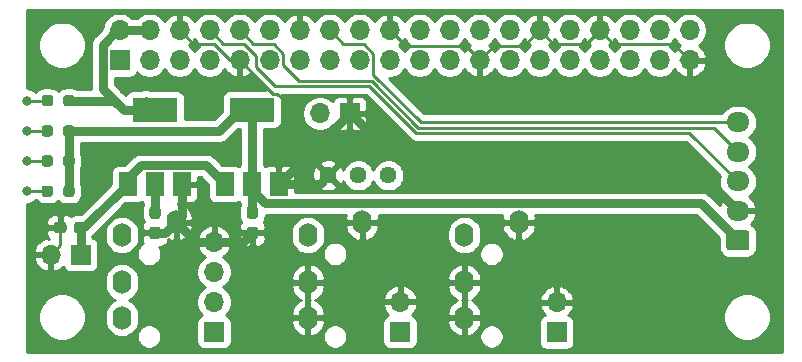
<source format=gbr>
%TF.GenerationSoftware,KiCad,Pcbnew,(5.1.9)-1*%
%TF.CreationDate,2021-06-10T09:26:42-06:00*%
%TF.ProjectId,sl-pi-aprs,736c2d70-692d-4617-9072-732e6b696361,rev?*%
%TF.SameCoordinates,Original*%
%TF.FileFunction,Copper,L2,Bot*%
%TF.FilePolarity,Positive*%
%FSLAX46Y46*%
G04 Gerber Fmt 4.6, Leading zero omitted, Abs format (unit mm)*
G04 Created by KiCad (PCBNEW (5.1.9)-1) date 2021-06-10 09:26:42*
%MOMM*%
%LPD*%
G01*
G04 APERTURE LIST*
%TA.AperFunction,ComponentPad*%
%ADD10O,1.950000X1.700000*%
%TD*%
%TA.AperFunction,ComponentPad*%
%ADD11O,1.700000X1.700000*%
%TD*%
%TA.AperFunction,ComponentPad*%
%ADD12R,1.700000X1.700000*%
%TD*%
%TA.AperFunction,ComponentPad*%
%ADD13C,1.440000*%
%TD*%
%TA.AperFunction,SMDPad,CuDef*%
%ADD14R,1.500000X2.000000*%
%TD*%
%TA.AperFunction,SMDPad,CuDef*%
%ADD15R,3.800000X2.000000*%
%TD*%
%TA.AperFunction,ComponentPad*%
%ADD16O,1.600000X2.000000*%
%TD*%
%TA.AperFunction,ViaPad*%
%ADD17C,0.800000*%
%TD*%
%TA.AperFunction,Conductor*%
%ADD18C,0.250000*%
%TD*%
%TA.AperFunction,Conductor*%
%ADD19C,0.750000*%
%TD*%
%TA.AperFunction,Conductor*%
%ADD20C,0.254000*%
%TD*%
%TA.AperFunction,Conductor*%
%ADD21C,0.100000*%
%TD*%
G04 APERTURE END LIST*
D10*
%TO.P,J9,5*%
%TO.N,gps_pps*%
X165354000Y-91600000D03*
%TO.P,J9,4*%
%TO.N,pi_rx*%
X165354000Y-94100000D03*
%TO.P,J9,3*%
%TO.N,pi_tx*%
X165354000Y-96600000D03*
%TO.P,J9,2*%
%TO.N,GND*%
X165354000Y-99100000D03*
%TO.P,J9,1*%
%TO.N,+3V3*%
%TA.AperFunction,ComponentPad*%
G36*
G01*
X166079000Y-102450000D02*
X164629000Y-102450000D01*
G75*
G02*
X164379000Y-102200000I0J250000D01*
G01*
X164379000Y-101000000D01*
G75*
G02*
X164629000Y-100750000I250000J0D01*
G01*
X166079000Y-100750000D01*
G75*
G02*
X166329000Y-101000000I0J-250000D01*
G01*
X166329000Y-102200000D01*
G75*
G02*
X166079000Y-102450000I-250000J0D01*
G01*
G37*
%TD.AperFunction*%
%TD*%
D11*
%TO.P,J2,40*%
%TO.N,Net-(J2-Pad40)*%
X161260000Y-83810000D03*
%TO.P,J2,39*%
%TO.N,GND*%
X161260000Y-86350000D03*
%TO.P,J2,26*%
%TO.N,Net-(J2-Pad26)*%
X143480000Y-83810000D03*
%TO.P,J2,25*%
%TO.N,GND*%
X143480000Y-86350000D03*
%TO.P,J2,22*%
%TO.N,ptt_control*%
X138400000Y-83810000D03*
%TO.P,J2,21*%
%TO.N,Net-(J2-Pad21)*%
X138400000Y-86350000D03*
%TO.P,J2,30*%
%TO.N,GND*%
X148560000Y-83810000D03*
%TO.P,J2,29*%
%TO.N,Net-(J2-Pad29)*%
X148560000Y-86350000D03*
%TO.P,J2,8*%
%TO.N,pi_tx*%
X120620000Y-83810000D03*
%TO.P,J2,7*%
%TO.N,Net-(J2-Pad7)*%
X120620000Y-86350000D03*
%TO.P,J2,32*%
%TO.N,Net-(J2-Pad32)*%
X151100000Y-83810000D03*
%TO.P,J2,31*%
%TO.N,Net-(J2-Pad31)*%
X151100000Y-86350000D03*
%TO.P,J2,18*%
%TO.N,rx_feedback*%
X133320000Y-83810000D03*
%TO.P,J2,17*%
%TO.N,Net-(J2-Pad17)*%
X133320000Y-86350000D03*
%TO.P,J2,36*%
%TO.N,Net-(J2-Pad36)*%
X156180000Y-83810000D03*
%TO.P,J2,35*%
%TO.N,Net-(J2-Pad35)*%
X156180000Y-86350000D03*
%TO.P,J2,34*%
%TO.N,GND*%
X153640000Y-83810000D03*
%TO.P,J2,33*%
%TO.N,Net-(J2-Pad33)*%
X153640000Y-86350000D03*
%TO.P,J2,38*%
%TO.N,Net-(J2-Pad38)*%
X158720000Y-83810000D03*
%TO.P,J2,37*%
%TO.N,Net-(J2-Pad37)*%
X158720000Y-86350000D03*
%TO.P,J2,20*%
%TO.N,GND*%
X135860000Y-83810000D03*
%TO.P,J2,19*%
%TO.N,Net-(J2-Pad19)*%
X135860000Y-86350000D03*
%TO.P,J2,10*%
%TO.N,pi_rx*%
X123160000Y-83810000D03*
%TO.P,J2,9*%
%TO.N,GND*%
X123160000Y-86350000D03*
%TO.P,J2,14*%
X128240000Y-83810000D03*
%TO.P,J2,13*%
%TO.N,Net-(J2-Pad13)*%
X128240000Y-86350000D03*
%TO.P,J2,28*%
%TO.N,Net-(J2-Pad28)*%
X146020000Y-83810000D03*
%TO.P,J2,27*%
%TO.N,Net-(J2-Pad27)*%
X146020000Y-86350000D03*
%TO.P,J2,12*%
%TO.N,Net-(J2-Pad12)*%
X125700000Y-83810000D03*
%TO.P,J2,11*%
%TO.N,Net-(J2-Pad11)*%
X125700000Y-86350000D03*
%TO.P,J2,24*%
%TO.N,Net-(J2-Pad24)*%
X140940000Y-83810000D03*
%TO.P,J2,23*%
%TO.N,Net-(J2-Pad23)*%
X140940000Y-86350000D03*
D12*
%TO.P,J2,1*%
%TO.N,Net-(J2-Pad1)*%
X113000000Y-86350000D03*
D11*
%TO.P,J2,2*%
%TO.N,+5V*%
X113000000Y-83810000D03*
%TO.P,J2,5*%
%TO.N,Net-(J2-Pad5)*%
X118080000Y-86350000D03*
%TO.P,J2,4*%
%TO.N,+5V*%
X115540000Y-83810000D03*
%TO.P,J2,16*%
%TO.N,gps_pps*%
X130780000Y-83810000D03*
%TO.P,J2,15*%
%TO.N,Net-(J2-Pad15)*%
X130780000Y-86350000D03*
%TO.P,J2,3*%
%TO.N,Net-(J2-Pad3)*%
X115540000Y-86350000D03*
%TO.P,J2,6*%
%TO.N,GND*%
X118080000Y-83810000D03*
%TD*%
D13*
%TO.P,RV1,3*%
%TO.N,GND*%
X130670000Y-96100000D03*
%TO.P,RV1,2*%
%TO.N,Net-(C4-Pad1)*%
X133210000Y-96100000D03*
%TO.P,RV1,1*%
%TO.N,audio_in*%
X135750000Y-96100000D03*
%TD*%
%TO.P,C1,2*%
%TO.N,GND*%
%TA.AperFunction,SMDPad,CuDef*%
G36*
G01*
X108512500Y-100262500D02*
X108512500Y-100737500D01*
G75*
G02*
X108275000Y-100975000I-237500J0D01*
G01*
X107675000Y-100975000D01*
G75*
G02*
X107437500Y-100737500I0J237500D01*
G01*
X107437500Y-100262500D01*
G75*
G02*
X107675000Y-100025000I237500J0D01*
G01*
X108275000Y-100025000D01*
G75*
G02*
X108512500Y-100262500I0J-237500D01*
G01*
G37*
%TD.AperFunction*%
%TO.P,C1,1*%
%TO.N,+BATT*%
%TA.AperFunction,SMDPad,CuDef*%
G36*
G01*
X110237500Y-100262500D02*
X110237500Y-100737500D01*
G75*
G02*
X110000000Y-100975000I-237500J0D01*
G01*
X109400000Y-100975000D01*
G75*
G02*
X109162500Y-100737500I0J237500D01*
G01*
X109162500Y-100262500D01*
G75*
G02*
X109400000Y-100025000I237500J0D01*
G01*
X110000000Y-100025000D01*
G75*
G02*
X110237500Y-100262500I0J-237500D01*
G01*
G37*
%TD.AperFunction*%
%TD*%
D14*
%TO.P,U2,1*%
%TO.N,GND*%
X126490000Y-96835000D03*
%TO.P,U2,3*%
%TO.N,+BATT*%
X121890000Y-96835000D03*
%TO.P,U2,2*%
%TO.N,+3V3*%
X124190000Y-96835000D03*
D15*
X124190000Y-90535000D03*
%TD*%
D14*
%TO.P,U1,1*%
%TO.N,GND*%
X118290000Y-96835000D03*
%TO.P,U1,3*%
%TO.N,+BATT*%
X113690000Y-96835000D03*
%TO.P,U1,2*%
%TO.N,+5V*%
X115990000Y-96835000D03*
D15*
X115990000Y-90535000D03*
%TD*%
%TO.P,R8,1*%
%TO.N,Net-(D1-Pad2)*%
%TA.AperFunction,SMDPad,CuDef*%
G36*
G01*
X106400000Y-90002500D02*
X106400000Y-89527500D01*
G75*
G02*
X106637500Y-89290000I237500J0D01*
G01*
X107137500Y-89290000D01*
G75*
G02*
X107375000Y-89527500I0J-237500D01*
G01*
X107375000Y-90002500D01*
G75*
G02*
X107137500Y-90240000I-237500J0D01*
G01*
X106637500Y-90240000D01*
G75*
G02*
X106400000Y-90002500I0J237500D01*
G01*
G37*
%TD.AperFunction*%
%TO.P,R8,2*%
%TO.N,+5V*%
%TA.AperFunction,SMDPad,CuDef*%
G36*
G01*
X108225000Y-90002500D02*
X108225000Y-89527500D01*
G75*
G02*
X108462500Y-89290000I237500J0D01*
G01*
X108962500Y-89290000D01*
G75*
G02*
X109200000Y-89527500I0J-237500D01*
G01*
X109200000Y-90002500D01*
G75*
G02*
X108962500Y-90240000I-237500J0D01*
G01*
X108462500Y-90240000D01*
G75*
G02*
X108225000Y-90002500I0J237500D01*
G01*
G37*
%TD.AperFunction*%
%TD*%
%TO.P,R7,2*%
%TO.N,+3V3*%
%TA.AperFunction,SMDPad,CuDef*%
G36*
G01*
X108224800Y-97680500D02*
X108224800Y-97205500D01*
G75*
G02*
X108462300Y-96968000I237500J0D01*
G01*
X108962300Y-96968000D01*
G75*
G02*
X109199800Y-97205500I0J-237500D01*
G01*
X109199800Y-97680500D01*
G75*
G02*
X108962300Y-97918000I-237500J0D01*
G01*
X108462300Y-97918000D01*
G75*
G02*
X108224800Y-97680500I0J237500D01*
G01*
G37*
%TD.AperFunction*%
%TO.P,R7,1*%
%TO.N,Net-(D4-Pad2)*%
%TA.AperFunction,SMDPad,CuDef*%
G36*
G01*
X106399800Y-97680500D02*
X106399800Y-97205500D01*
G75*
G02*
X106637300Y-96968000I237500J0D01*
G01*
X107137300Y-96968000D01*
G75*
G02*
X107374800Y-97205500I0J-237500D01*
G01*
X107374800Y-97680500D01*
G75*
G02*
X107137300Y-97918000I-237500J0D01*
G01*
X106637300Y-97918000D01*
G75*
G02*
X106399800Y-97680500I0J237500D01*
G01*
G37*
%TD.AperFunction*%
%TD*%
%TO.P,R5,2*%
%TO.N,+3V3*%
%TA.AperFunction,SMDPad,CuDef*%
G36*
G01*
X108225000Y-92572500D02*
X108225000Y-92097500D01*
G75*
G02*
X108462500Y-91860000I237500J0D01*
G01*
X108962500Y-91860000D01*
G75*
G02*
X109200000Y-92097500I0J-237500D01*
G01*
X109200000Y-92572500D01*
G75*
G02*
X108962500Y-92810000I-237500J0D01*
G01*
X108462500Y-92810000D01*
G75*
G02*
X108225000Y-92572500I0J237500D01*
G01*
G37*
%TD.AperFunction*%
%TO.P,R5,1*%
%TO.N,Net-(D3-Pad2)*%
%TA.AperFunction,SMDPad,CuDef*%
G36*
G01*
X106400000Y-92572500D02*
X106400000Y-92097500D01*
G75*
G02*
X106637500Y-91860000I237500J0D01*
G01*
X107137500Y-91860000D01*
G75*
G02*
X107375000Y-92097500I0J-237500D01*
G01*
X107375000Y-92572500D01*
G75*
G02*
X107137500Y-92810000I-237500J0D01*
G01*
X106637500Y-92810000D01*
G75*
G02*
X106400000Y-92572500I0J237500D01*
G01*
G37*
%TD.AperFunction*%
%TD*%
%TO.P,R3,2*%
%TO.N,+3V3*%
%TA.AperFunction,SMDPad,CuDef*%
G36*
G01*
X108225000Y-95112500D02*
X108225000Y-94637500D01*
G75*
G02*
X108462500Y-94400000I237500J0D01*
G01*
X108962500Y-94400000D01*
G75*
G02*
X109200000Y-94637500I0J-237500D01*
G01*
X109200000Y-95112500D01*
G75*
G02*
X108962500Y-95350000I-237500J0D01*
G01*
X108462500Y-95350000D01*
G75*
G02*
X108225000Y-95112500I0J237500D01*
G01*
G37*
%TD.AperFunction*%
%TO.P,R3,1*%
%TO.N,Net-(D2-Pad2)*%
%TA.AperFunction,SMDPad,CuDef*%
G36*
G01*
X106400000Y-95112500D02*
X106400000Y-94637500D01*
G75*
G02*
X106637500Y-94400000I237500J0D01*
G01*
X107137500Y-94400000D01*
G75*
G02*
X107375000Y-94637500I0J-237500D01*
G01*
X107375000Y-95112500D01*
G75*
G02*
X107137500Y-95350000I-237500J0D01*
G01*
X106637500Y-95350000D01*
G75*
G02*
X106400000Y-95112500I0J237500D01*
G01*
G37*
%TD.AperFunction*%
%TD*%
D11*
%TO.P,J10,2*%
%TO.N,Net-(J10-Pad2)*%
X129960000Y-90850000D03*
D12*
%TO.P,J10,1*%
%TO.N,GND*%
X132500000Y-90850000D03*
%TD*%
D11*
%TO.P,J8,2*%
%TO.N,GND*%
X150000000Y-106850000D03*
D12*
%TO.P,J8,1*%
%TO.N,radio_speaker*%
X150000000Y-109390000D03*
%TD*%
D16*
%TO.P,J7,R1*%
%TO.N,GND*%
X142200000Y-105150000D03*
%TO.P,J7,R2*%
X142200000Y-108150000D03*
%TO.P,J7,T*%
%TO.N,radio_speaker*%
X142200000Y-101150000D03*
%TO.P,J7,S*%
%TO.N,GND*%
X146800000Y-100050000D03*
%TD*%
D11*
%TO.P,J6,2*%
%TO.N,GND*%
X136750000Y-106810000D03*
D12*
%TO.P,J6,1*%
%TO.N,audio_in*%
X136750000Y-109350000D03*
%TD*%
D16*
%TO.P,J5,R1*%
%TO.N,GND*%
X128950000Y-105150000D03*
%TO.P,J5,R2*%
X128950000Y-108150000D03*
%TO.P,J5,T*%
%TO.N,audio_in*%
X128950000Y-101150000D03*
%TO.P,J5,S*%
%TO.N,GND*%
X133550000Y-100050000D03*
%TD*%
D11*
%TO.P,J4,4*%
%TO.N,GND*%
X121000000Y-101730000D03*
%TO.P,J4,3*%
%TO.N,radio_speaker*%
X121000000Y-104270000D03*
%TO.P,J4,2*%
%TO.N,ptt*%
X121000000Y-106810000D03*
D12*
%TO.P,J4,1*%
%TO.N,radio_mic*%
X121000000Y-109350000D03*
%TD*%
D16*
%TO.P,J3,R1*%
%TO.N,ptt*%
X113200000Y-105150000D03*
%TO.P,J3,R2*%
%TO.N,radio_mic*%
X113200000Y-108150000D03*
%TO.P,J3,T*%
%TO.N,radio_speaker*%
X113200000Y-101150000D03*
%TO.P,J3,S*%
%TO.N,GND*%
X117800000Y-100050000D03*
%TD*%
D11*
%TO.P,J1,2*%
%TO.N,GND*%
X107160000Y-102800000D03*
D12*
%TO.P,J1,1*%
%TO.N,+BATT*%
X109700000Y-102800000D03*
%TD*%
%TO.P,C3,2*%
%TO.N,GND*%
%TA.AperFunction,SMDPad,CuDef*%
G36*
G01*
X124012500Y-100425000D02*
X124487500Y-100425000D01*
G75*
G02*
X124725000Y-100662500I0J-237500D01*
G01*
X124725000Y-101262500D01*
G75*
G02*
X124487500Y-101500000I-237500J0D01*
G01*
X124012500Y-101500000D01*
G75*
G02*
X123775000Y-101262500I0J237500D01*
G01*
X123775000Y-100662500D01*
G75*
G02*
X124012500Y-100425000I237500J0D01*
G01*
G37*
%TD.AperFunction*%
%TO.P,C3,1*%
%TO.N,+3V3*%
%TA.AperFunction,SMDPad,CuDef*%
G36*
G01*
X124012500Y-98700000D02*
X124487500Y-98700000D01*
G75*
G02*
X124725000Y-98937500I0J-237500D01*
G01*
X124725000Y-99537500D01*
G75*
G02*
X124487500Y-99775000I-237500J0D01*
G01*
X124012500Y-99775000D01*
G75*
G02*
X123775000Y-99537500I0J237500D01*
G01*
X123775000Y-98937500D01*
G75*
G02*
X124012500Y-98700000I237500J0D01*
G01*
G37*
%TD.AperFunction*%
%TD*%
%TO.P,C2,2*%
%TO.N,GND*%
%TA.AperFunction,SMDPad,CuDef*%
G36*
G01*
X115762500Y-100425000D02*
X116237500Y-100425000D01*
G75*
G02*
X116475000Y-100662500I0J-237500D01*
G01*
X116475000Y-101262500D01*
G75*
G02*
X116237500Y-101500000I-237500J0D01*
G01*
X115762500Y-101500000D01*
G75*
G02*
X115525000Y-101262500I0J237500D01*
G01*
X115525000Y-100662500D01*
G75*
G02*
X115762500Y-100425000I237500J0D01*
G01*
G37*
%TD.AperFunction*%
%TO.P,C2,1*%
%TO.N,+5V*%
%TA.AperFunction,SMDPad,CuDef*%
G36*
G01*
X115762500Y-98700000D02*
X116237500Y-98700000D01*
G75*
G02*
X116475000Y-98937500I0J-237500D01*
G01*
X116475000Y-99537500D01*
G75*
G02*
X116237500Y-99775000I-237500J0D01*
G01*
X115762500Y-99775000D01*
G75*
G02*
X115525000Y-99537500I0J237500D01*
G01*
X115525000Y-98937500D01*
G75*
G02*
X115762500Y-98700000I237500J0D01*
G01*
G37*
%TD.AperFunction*%
%TD*%
D17*
%TO.N,GND*%
X111700000Y-93700000D03*
X117400000Y-103900000D03*
X117400000Y-106600000D03*
X125900000Y-102300000D03*
X127400000Y-91000000D03*
%TO.N,Net-(D1-Pad2)*%
X105157400Y-89765000D03*
%TO.N,Net-(D2-Pad2)*%
X105162000Y-94875000D03*
%TO.N,Net-(D3-Pad2)*%
X105162000Y-92335000D03*
%TO.N,Net-(D4-Pad2)*%
X105164600Y-97443000D03*
%TD*%
D18*
%TO.N,GND*%
X107975000Y-101985000D02*
X107160000Y-102800000D01*
X107975000Y-100500000D02*
X107975000Y-101985000D01*
D19*
X118290000Y-99560000D02*
X117800000Y-100050000D01*
X118290000Y-96835000D02*
X118290000Y-99560000D01*
X116887500Y-100962500D02*
X117800000Y-100050000D01*
X116000000Y-100962500D02*
X116887500Y-100962500D01*
X119480000Y-101730000D02*
X117800000Y-100050000D01*
X121000000Y-101730000D02*
X119480000Y-101730000D01*
X123482500Y-101730000D02*
X124250000Y-100962500D01*
X121000000Y-101730000D02*
X123482500Y-101730000D01*
X126515000Y-96835000D02*
X132500000Y-90850000D01*
X126490000Y-96835000D02*
X126515000Y-96835000D01*
X129935000Y-96835000D02*
X130670000Y-96100000D01*
X126490000Y-96835000D02*
X129935000Y-96835000D01*
X160654000Y-94400000D02*
X165354000Y-99100000D01*
X136050000Y-94400000D02*
X160654000Y-94400000D01*
X132500000Y-90850000D02*
X136050000Y-94400000D01*
D18*
X119255001Y-84985001D02*
X118080000Y-83810000D01*
X120994003Y-84985001D02*
X119255001Y-84985001D01*
X122359002Y-86350000D02*
X120994003Y-84985001D01*
X123160000Y-86350000D02*
X122359002Y-86350000D01*
X161260000Y-86350000D02*
X160459002Y-86350000D01*
X123160000Y-86350000D02*
X126019999Y-89209999D01*
X126019999Y-89209999D02*
X126350001Y-89209999D01*
X127400000Y-90259998D02*
X127400000Y-91000000D01*
X149735001Y-84985001D02*
X148560000Y-83810000D01*
X152464999Y-84985001D02*
X149735001Y-84985001D01*
X153640000Y-83810000D02*
X152464999Y-84985001D01*
X147195001Y-85174999D02*
X148560000Y-83810000D01*
X144655001Y-85174999D02*
X147195001Y-85174999D01*
X143480000Y-86350000D02*
X144655001Y-85174999D01*
X137224999Y-85174999D02*
X135860000Y-83810000D01*
X142304999Y-85174999D02*
X137224999Y-85174999D01*
X143480000Y-86350000D02*
X142304999Y-85174999D01*
X159895001Y-84985001D02*
X161260000Y-86350000D01*
X154815001Y-84985001D02*
X159895001Y-84985001D01*
X153640000Y-83810000D02*
X154815001Y-84985001D01*
X126350001Y-89209999D02*
X127400000Y-90259998D01*
%TO.N,+BATT*%
X109262500Y-100800000D02*
X109725000Y-100800000D01*
D19*
X109700000Y-102800000D02*
X109700000Y-100500000D01*
X110025000Y-100500000D02*
X113690000Y-96835000D01*
X109700000Y-100500000D02*
X110025000Y-100500000D01*
X120314999Y-95259999D02*
X121890000Y-96835000D01*
X114779999Y-95259999D02*
X120314999Y-95259999D01*
X113690000Y-96349998D02*
X114779999Y-95259999D01*
X113690000Y-96835000D02*
X113690000Y-96349998D01*
%TO.N,+5V*%
X115220000Y-89765000D02*
X115990000Y-90535000D01*
X112804998Y-83810000D02*
X115540000Y-83810000D01*
X111574999Y-85039999D02*
X112804998Y-83810000D01*
X111574999Y-88769999D02*
X111574999Y-85039999D01*
X113340000Y-90535000D02*
X111574999Y-88769999D01*
X115990000Y-90535000D02*
X113340000Y-90535000D01*
X112570000Y-89765000D02*
X113340000Y-90535000D01*
X108712500Y-89765000D02*
X112570000Y-89765000D01*
X116000000Y-96845000D02*
X115990000Y-96835000D01*
X116000000Y-99237500D02*
X116000000Y-96845000D01*
D18*
%TO.N,+3V3*%
X108712300Y-92335200D02*
X108712500Y-92335000D01*
D19*
X124190000Y-96835000D02*
X124190000Y-90535000D01*
X123240000Y-90535000D02*
X124190000Y-90535000D01*
X121440000Y-92335000D02*
X123240000Y-90535000D01*
X108712500Y-92335000D02*
X121440000Y-92335000D01*
X108712500Y-97442800D02*
X108712300Y-97443000D01*
X108712500Y-92335000D02*
X108712500Y-97442800D01*
X124190000Y-97320002D02*
X124190000Y-96835000D01*
X125344988Y-98474990D02*
X124190000Y-97320002D01*
X162228990Y-98474990D02*
X125344988Y-98474990D01*
X165354000Y-101600000D02*
X162228990Y-98474990D01*
X124250000Y-96895000D02*
X124190000Y-96835000D01*
X124250000Y-99237500D02*
X124250000Y-96895000D01*
D18*
%TO.N,Net-(D1-Pad2)*%
X106887500Y-89765000D02*
X105157400Y-89765000D01*
%TO.N,Net-(D2-Pad2)*%
X106887500Y-94875000D02*
X105162000Y-94875000D01*
%TO.N,Net-(D3-Pad2)*%
X106887500Y-92335000D02*
X105162000Y-92335000D01*
%TO.N,gps_pps*%
X138500000Y-91600000D02*
X165354000Y-91600000D01*
X134495001Y-87595001D02*
X138500000Y-91600000D01*
X134495001Y-85785999D02*
X134495001Y-87595001D01*
X133694003Y-84985001D02*
X134495001Y-85785999D01*
X131955001Y-84985001D02*
X133694003Y-84985001D01*
X130780000Y-83810000D02*
X131955001Y-84985001D01*
%TO.N,pi_rx*%
X124335001Y-84985001D02*
X123160000Y-83810000D01*
X126074003Y-84985001D02*
X124335001Y-84985001D01*
X126875001Y-85785999D02*
X126074003Y-84985001D01*
X126875001Y-86724003D02*
X126875001Y-85785999D01*
X128231007Y-88080009D02*
X126875001Y-86724003D01*
X134343599Y-88080009D02*
X138313600Y-92050010D01*
X128231007Y-88080009D02*
X134343599Y-88080009D01*
X163304010Y-92050010D02*
X165354000Y-94100000D01*
X138313600Y-92050010D02*
X163304010Y-92050010D01*
%TO.N,pi_tx*%
X123534003Y-84985001D02*
X121795001Y-84985001D01*
X121795001Y-84985001D02*
X120620000Y-83810000D01*
X124524999Y-85975997D02*
X123534003Y-84985001D01*
X124524999Y-86914001D02*
X124524999Y-85975997D01*
X126141017Y-88530019D02*
X124524999Y-86914001D01*
X134157199Y-88530019D02*
X138127200Y-92500020D01*
X126141017Y-88530019D02*
X134157199Y-88530019D01*
X161254020Y-92500020D02*
X165354000Y-96600000D01*
X138127200Y-92500020D02*
X161254020Y-92500020D01*
%TO.N,Net-(D4-Pad2)*%
X106887300Y-97443000D02*
X105164600Y-97443000D01*
%TD*%
D20*
%TO.N,GND*%
X169090000Y-84632418D02*
X169090001Y-84632428D01*
X169090000Y-108067581D01*
X169090000Y-108067582D01*
X169090001Y-111040000D01*
X105160000Y-111040000D01*
X105160000Y-107882032D01*
X106120000Y-107882032D01*
X106120000Y-108277968D01*
X106197243Y-108666296D01*
X106348761Y-109032092D01*
X106568731Y-109361301D01*
X106848699Y-109641269D01*
X107177908Y-109861239D01*
X107543704Y-110012757D01*
X107932032Y-110090000D01*
X108327968Y-110090000D01*
X108716296Y-110012757D01*
X109082092Y-109861239D01*
X109411301Y-109641269D01*
X109691269Y-109361301D01*
X109911239Y-109032092D01*
X110062757Y-108666296D01*
X110140000Y-108277968D01*
X110140000Y-107882032D01*
X110062757Y-107493704D01*
X109911239Y-107127908D01*
X109691269Y-106798699D01*
X109411301Y-106518731D01*
X109082092Y-106298761D01*
X108716296Y-106147243D01*
X108327968Y-106070000D01*
X107932032Y-106070000D01*
X107543704Y-106147243D01*
X107177908Y-106298761D01*
X106848699Y-106518731D01*
X106568731Y-106798699D01*
X106348761Y-107127908D01*
X106197243Y-107493704D01*
X106120000Y-107882032D01*
X105160000Y-107882032D01*
X105160000Y-104879508D01*
X111765000Y-104879508D01*
X111765000Y-105420491D01*
X111785764Y-105631308D01*
X111867818Y-105901807D01*
X112001068Y-106151100D01*
X112180392Y-106369607D01*
X112398899Y-106548932D01*
X112587984Y-106650000D01*
X112398900Y-106751068D01*
X112180393Y-106930392D01*
X112001068Y-107148899D01*
X111867818Y-107398192D01*
X111785764Y-107668691D01*
X111765000Y-107879508D01*
X111765000Y-108420491D01*
X111785764Y-108631308D01*
X111867818Y-108901807D01*
X112001068Y-109151100D01*
X112180392Y-109369607D01*
X112398899Y-109548932D01*
X112648192Y-109682182D01*
X112918691Y-109764236D01*
X113200000Y-109791943D01*
X113481308Y-109764236D01*
X113751807Y-109682182D01*
X113815642Y-109648061D01*
X114465000Y-109648061D01*
X114465000Y-109851939D01*
X114504774Y-110051898D01*
X114582795Y-110240256D01*
X114696063Y-110409774D01*
X114840226Y-110553937D01*
X115009744Y-110667205D01*
X115198102Y-110745226D01*
X115398061Y-110785000D01*
X115601939Y-110785000D01*
X115801898Y-110745226D01*
X115990256Y-110667205D01*
X116159774Y-110553937D01*
X116303937Y-110409774D01*
X116417205Y-110240256D01*
X116495226Y-110051898D01*
X116535000Y-109851939D01*
X116535000Y-109648061D01*
X116495226Y-109448102D01*
X116417205Y-109259744D01*
X116303937Y-109090226D01*
X116159774Y-108946063D01*
X115990256Y-108832795D01*
X115801898Y-108754774D01*
X115601939Y-108715000D01*
X115398061Y-108715000D01*
X115198102Y-108754774D01*
X115009744Y-108832795D01*
X114840226Y-108946063D01*
X114696063Y-109090226D01*
X114582795Y-109259744D01*
X114504774Y-109448102D01*
X114465000Y-109648061D01*
X113815642Y-109648061D01*
X114001100Y-109548932D01*
X114219607Y-109369608D01*
X114398932Y-109151101D01*
X114532182Y-108901808D01*
X114614236Y-108631309D01*
X114627169Y-108500000D01*
X119511928Y-108500000D01*
X119511928Y-110200000D01*
X119524188Y-110324482D01*
X119560498Y-110444180D01*
X119619463Y-110554494D01*
X119698815Y-110651185D01*
X119795506Y-110730537D01*
X119905820Y-110789502D01*
X120025518Y-110825812D01*
X120150000Y-110838072D01*
X121850000Y-110838072D01*
X121974482Y-110825812D01*
X122094180Y-110789502D01*
X122204494Y-110730537D01*
X122301185Y-110651185D01*
X122380537Y-110554494D01*
X122439502Y-110444180D01*
X122475812Y-110324482D01*
X122488072Y-110200000D01*
X122488072Y-108502887D01*
X127518063Y-108502887D01*
X127575404Y-108779306D01*
X127685570Y-109039227D01*
X127844327Y-109272662D01*
X128045575Y-109470639D01*
X128281579Y-109625551D01*
X128543270Y-109731444D01*
X128600961Y-109741904D01*
X128823000Y-109619915D01*
X128823000Y-108277000D01*
X129077000Y-108277000D01*
X129077000Y-109619915D01*
X129299039Y-109741904D01*
X129356730Y-109731444D01*
X129562792Y-109648061D01*
X130215000Y-109648061D01*
X130215000Y-109851939D01*
X130254774Y-110051898D01*
X130332795Y-110240256D01*
X130446063Y-110409774D01*
X130590226Y-110553937D01*
X130759744Y-110667205D01*
X130948102Y-110745226D01*
X131148061Y-110785000D01*
X131351939Y-110785000D01*
X131551898Y-110745226D01*
X131740256Y-110667205D01*
X131909774Y-110553937D01*
X132053937Y-110409774D01*
X132167205Y-110240256D01*
X132245226Y-110051898D01*
X132285000Y-109851939D01*
X132285000Y-109648061D01*
X132245226Y-109448102D01*
X132167205Y-109259744D01*
X132053937Y-109090226D01*
X131909774Y-108946063D01*
X131740256Y-108832795D01*
X131551898Y-108754774D01*
X131351939Y-108715000D01*
X131148061Y-108715000D01*
X130948102Y-108754774D01*
X130759744Y-108832795D01*
X130590226Y-108946063D01*
X130446063Y-109090226D01*
X130332795Y-109259744D01*
X130254774Y-109448102D01*
X130215000Y-109648061D01*
X129562792Y-109648061D01*
X129618421Y-109625551D01*
X129854425Y-109470639D01*
X130055673Y-109272662D01*
X130214430Y-109039227D01*
X130324596Y-108779306D01*
X130381937Y-108502887D01*
X130379989Y-108500000D01*
X135261928Y-108500000D01*
X135261928Y-110200000D01*
X135274188Y-110324482D01*
X135310498Y-110444180D01*
X135369463Y-110554494D01*
X135448815Y-110651185D01*
X135545506Y-110730537D01*
X135655820Y-110789502D01*
X135775518Y-110825812D01*
X135900000Y-110838072D01*
X137600000Y-110838072D01*
X137724482Y-110825812D01*
X137844180Y-110789502D01*
X137954494Y-110730537D01*
X138051185Y-110651185D01*
X138130537Y-110554494D01*
X138189502Y-110444180D01*
X138225812Y-110324482D01*
X138238072Y-110200000D01*
X138238072Y-108502887D01*
X140768063Y-108502887D01*
X140825404Y-108779306D01*
X140935570Y-109039227D01*
X141094327Y-109272662D01*
X141295575Y-109470639D01*
X141531579Y-109625551D01*
X141793270Y-109731444D01*
X141850961Y-109741904D01*
X142073000Y-109619915D01*
X142073000Y-108277000D01*
X142327000Y-108277000D01*
X142327000Y-109619915D01*
X142549039Y-109741904D01*
X142606730Y-109731444D01*
X142812792Y-109648061D01*
X143465000Y-109648061D01*
X143465000Y-109851939D01*
X143504774Y-110051898D01*
X143582795Y-110240256D01*
X143696063Y-110409774D01*
X143840226Y-110553937D01*
X144009744Y-110667205D01*
X144198102Y-110745226D01*
X144398061Y-110785000D01*
X144601939Y-110785000D01*
X144801898Y-110745226D01*
X144990256Y-110667205D01*
X145159774Y-110553937D01*
X145303937Y-110409774D01*
X145417205Y-110240256D01*
X145495226Y-110051898D01*
X145535000Y-109851939D01*
X145535000Y-109648061D01*
X145495226Y-109448102D01*
X145417205Y-109259744D01*
X145303937Y-109090226D01*
X145159774Y-108946063D01*
X144990256Y-108832795D01*
X144801898Y-108754774D01*
X144601939Y-108715000D01*
X144398061Y-108715000D01*
X144198102Y-108754774D01*
X144009744Y-108832795D01*
X143840226Y-108946063D01*
X143696063Y-109090226D01*
X143582795Y-109259744D01*
X143504774Y-109448102D01*
X143465000Y-109648061D01*
X142812792Y-109648061D01*
X142868421Y-109625551D01*
X143104425Y-109470639D01*
X143305673Y-109272662D01*
X143464430Y-109039227D01*
X143574596Y-108779306D01*
X143624238Y-108540000D01*
X148511928Y-108540000D01*
X148511928Y-110240000D01*
X148524188Y-110364482D01*
X148560498Y-110484180D01*
X148619463Y-110594494D01*
X148698815Y-110691185D01*
X148795506Y-110770537D01*
X148905820Y-110829502D01*
X149025518Y-110865812D01*
X149150000Y-110878072D01*
X150850000Y-110878072D01*
X150974482Y-110865812D01*
X151094180Y-110829502D01*
X151204494Y-110770537D01*
X151301185Y-110691185D01*
X151380537Y-110594494D01*
X151439502Y-110484180D01*
X151475812Y-110364482D01*
X151488072Y-110240000D01*
X151488072Y-108540000D01*
X151475812Y-108415518D01*
X151439502Y-108295820D01*
X151380537Y-108185506D01*
X151301185Y-108088815D01*
X151204494Y-108009463D01*
X151094180Y-107950498D01*
X151013534Y-107926034D01*
X151062349Y-107882032D01*
X164120000Y-107882032D01*
X164120000Y-108277968D01*
X164197243Y-108666296D01*
X164348761Y-109032092D01*
X164568731Y-109361301D01*
X164848699Y-109641269D01*
X165177908Y-109861239D01*
X165543704Y-110012757D01*
X165932032Y-110090000D01*
X166327968Y-110090000D01*
X166716296Y-110012757D01*
X167082092Y-109861239D01*
X167411301Y-109641269D01*
X167691269Y-109361301D01*
X167911239Y-109032092D01*
X168062757Y-108666296D01*
X168140000Y-108277968D01*
X168140000Y-107882032D01*
X168062757Y-107493704D01*
X167911239Y-107127908D01*
X167691269Y-106798699D01*
X167411301Y-106518731D01*
X167082092Y-106298761D01*
X166716296Y-106147243D01*
X166327968Y-106070000D01*
X165932032Y-106070000D01*
X165543704Y-106147243D01*
X165177908Y-106298761D01*
X164848699Y-106518731D01*
X164568731Y-106798699D01*
X164348761Y-107127908D01*
X164197243Y-107493704D01*
X164120000Y-107882032D01*
X151062349Y-107882032D01*
X151097588Y-107850269D01*
X151271641Y-107616920D01*
X151396825Y-107354099D01*
X151441476Y-107206890D01*
X151320155Y-106977000D01*
X150127000Y-106977000D01*
X150127000Y-106997000D01*
X149873000Y-106997000D01*
X149873000Y-106977000D01*
X148679845Y-106977000D01*
X148558524Y-107206890D01*
X148603175Y-107354099D01*
X148728359Y-107616920D01*
X148902412Y-107850269D01*
X148986466Y-107926034D01*
X148905820Y-107950498D01*
X148795506Y-108009463D01*
X148698815Y-108088815D01*
X148619463Y-108185506D01*
X148560498Y-108295820D01*
X148524188Y-108415518D01*
X148511928Y-108540000D01*
X143624238Y-108540000D01*
X143631937Y-108502887D01*
X143479474Y-108277000D01*
X142327000Y-108277000D01*
X142073000Y-108277000D01*
X140920526Y-108277000D01*
X140768063Y-108502887D01*
X138238072Y-108502887D01*
X138238072Y-108500000D01*
X138225812Y-108375518D01*
X138189502Y-108255820D01*
X138130537Y-108145506D01*
X138051185Y-108048815D01*
X137954494Y-107969463D01*
X137844180Y-107910498D01*
X137763534Y-107886034D01*
X137847588Y-107810269D01*
X138021641Y-107576920D01*
X138146825Y-107314099D01*
X138191476Y-107166890D01*
X138070155Y-106937000D01*
X136877000Y-106937000D01*
X136877000Y-106957000D01*
X136623000Y-106957000D01*
X136623000Y-106937000D01*
X135429845Y-106937000D01*
X135308524Y-107166890D01*
X135353175Y-107314099D01*
X135478359Y-107576920D01*
X135652412Y-107810269D01*
X135736466Y-107886034D01*
X135655820Y-107910498D01*
X135545506Y-107969463D01*
X135448815Y-108048815D01*
X135369463Y-108145506D01*
X135310498Y-108255820D01*
X135274188Y-108375518D01*
X135261928Y-108500000D01*
X130379989Y-108500000D01*
X130229474Y-108277000D01*
X129077000Y-108277000D01*
X128823000Y-108277000D01*
X127670526Y-108277000D01*
X127518063Y-108502887D01*
X122488072Y-108502887D01*
X122488072Y-108500000D01*
X122475812Y-108375518D01*
X122439502Y-108255820D01*
X122380537Y-108145506D01*
X122301185Y-108048815D01*
X122204494Y-107969463D01*
X122094180Y-107910498D01*
X122021620Y-107888487D01*
X122153475Y-107756632D01*
X122315990Y-107513411D01*
X122427932Y-107243158D01*
X122485000Y-106956260D01*
X122485000Y-106663740D01*
X122427932Y-106376842D01*
X122315990Y-106106589D01*
X122153475Y-105863368D01*
X121946632Y-105656525D01*
X121772240Y-105540000D01*
X121827783Y-105502887D01*
X127518063Y-105502887D01*
X127575404Y-105779306D01*
X127685570Y-106039227D01*
X127844327Y-106272662D01*
X128045575Y-106470639D01*
X128281579Y-106625551D01*
X128341999Y-106650000D01*
X128281579Y-106674449D01*
X128045575Y-106829361D01*
X127844327Y-107027338D01*
X127685570Y-107260773D01*
X127575404Y-107520694D01*
X127518063Y-107797113D01*
X127670526Y-108023000D01*
X128823000Y-108023000D01*
X128823000Y-106680085D01*
X128768241Y-106650000D01*
X128823000Y-106619915D01*
X128823000Y-105277000D01*
X129077000Y-105277000D01*
X129077000Y-106619915D01*
X129131759Y-106650000D01*
X129077000Y-106680085D01*
X129077000Y-108023000D01*
X130229474Y-108023000D01*
X130381937Y-107797113D01*
X130324596Y-107520694D01*
X130214430Y-107260773D01*
X130055673Y-107027338D01*
X129854425Y-106829361D01*
X129618421Y-106674449D01*
X129558001Y-106650000D01*
X129618421Y-106625551D01*
X129854425Y-106470639D01*
X129872243Y-106453110D01*
X135308524Y-106453110D01*
X135429845Y-106683000D01*
X136623000Y-106683000D01*
X136623000Y-105489186D01*
X136877000Y-105489186D01*
X136877000Y-106683000D01*
X138070155Y-106683000D01*
X138191476Y-106453110D01*
X138146825Y-106305901D01*
X138021641Y-106043080D01*
X137847588Y-105809731D01*
X137631355Y-105614822D01*
X137443441Y-105502887D01*
X140768063Y-105502887D01*
X140825404Y-105779306D01*
X140935570Y-106039227D01*
X141094327Y-106272662D01*
X141295575Y-106470639D01*
X141531579Y-106625551D01*
X141591999Y-106650000D01*
X141531579Y-106674449D01*
X141295575Y-106829361D01*
X141094327Y-107027338D01*
X140935570Y-107260773D01*
X140825404Y-107520694D01*
X140768063Y-107797113D01*
X140920526Y-108023000D01*
X142073000Y-108023000D01*
X142073000Y-106680085D01*
X142018241Y-106650000D01*
X142073000Y-106619915D01*
X142073000Y-105277000D01*
X142327000Y-105277000D01*
X142327000Y-106619915D01*
X142381759Y-106650000D01*
X142327000Y-106680085D01*
X142327000Y-108023000D01*
X143479474Y-108023000D01*
X143631937Y-107797113D01*
X143574596Y-107520694D01*
X143464430Y-107260773D01*
X143305673Y-107027338D01*
X143104425Y-106829361D01*
X142868421Y-106674449D01*
X142808001Y-106650000D01*
X142868421Y-106625551D01*
X143070191Y-106493110D01*
X148558524Y-106493110D01*
X148679845Y-106723000D01*
X149873000Y-106723000D01*
X149873000Y-105529186D01*
X150127000Y-105529186D01*
X150127000Y-106723000D01*
X151320155Y-106723000D01*
X151441476Y-106493110D01*
X151396825Y-106345901D01*
X151271641Y-106083080D01*
X151097588Y-105849731D01*
X150881355Y-105654822D01*
X150631252Y-105505843D01*
X150356891Y-105408519D01*
X150127000Y-105529186D01*
X149873000Y-105529186D01*
X149643109Y-105408519D01*
X149368748Y-105505843D01*
X149118645Y-105654822D01*
X148902412Y-105849731D01*
X148728359Y-106083080D01*
X148603175Y-106345901D01*
X148558524Y-106493110D01*
X143070191Y-106493110D01*
X143104425Y-106470639D01*
X143305673Y-106272662D01*
X143464430Y-106039227D01*
X143574596Y-105779306D01*
X143631937Y-105502887D01*
X143479474Y-105277000D01*
X142327000Y-105277000D01*
X142073000Y-105277000D01*
X140920526Y-105277000D01*
X140768063Y-105502887D01*
X137443441Y-105502887D01*
X137381252Y-105465843D01*
X137106891Y-105368519D01*
X136877000Y-105489186D01*
X136623000Y-105489186D01*
X136393109Y-105368519D01*
X136118748Y-105465843D01*
X135868645Y-105614822D01*
X135652412Y-105809731D01*
X135478359Y-106043080D01*
X135353175Y-106305901D01*
X135308524Y-106453110D01*
X129872243Y-106453110D01*
X130055673Y-106272662D01*
X130214430Y-106039227D01*
X130324596Y-105779306D01*
X130381937Y-105502887D01*
X130229474Y-105277000D01*
X129077000Y-105277000D01*
X128823000Y-105277000D01*
X127670526Y-105277000D01*
X127518063Y-105502887D01*
X121827783Y-105502887D01*
X121946632Y-105423475D01*
X122153475Y-105216632D01*
X122315990Y-104973411D01*
X122389014Y-104797113D01*
X127518063Y-104797113D01*
X127670526Y-105023000D01*
X128823000Y-105023000D01*
X128823000Y-103680085D01*
X129077000Y-103680085D01*
X129077000Y-105023000D01*
X130229474Y-105023000D01*
X130381937Y-104797113D01*
X140768063Y-104797113D01*
X140920526Y-105023000D01*
X142073000Y-105023000D01*
X142073000Y-103680085D01*
X142327000Y-103680085D01*
X142327000Y-105023000D01*
X143479474Y-105023000D01*
X143631937Y-104797113D01*
X143574596Y-104520694D01*
X143464430Y-104260773D01*
X143305673Y-104027338D01*
X143104425Y-103829361D01*
X142868421Y-103674449D01*
X142606730Y-103568556D01*
X142549039Y-103558096D01*
X142327000Y-103680085D01*
X142073000Y-103680085D01*
X141850961Y-103558096D01*
X141793270Y-103568556D01*
X141531579Y-103674449D01*
X141295575Y-103829361D01*
X141094327Y-104027338D01*
X140935570Y-104260773D01*
X140825404Y-104520694D01*
X140768063Y-104797113D01*
X130381937Y-104797113D01*
X130324596Y-104520694D01*
X130214430Y-104260773D01*
X130055673Y-104027338D01*
X129854425Y-103829361D01*
X129618421Y-103674449D01*
X129356730Y-103568556D01*
X129299039Y-103558096D01*
X129077000Y-103680085D01*
X128823000Y-103680085D01*
X128600961Y-103558096D01*
X128543270Y-103568556D01*
X128281579Y-103674449D01*
X128045575Y-103829361D01*
X127844327Y-104027338D01*
X127685570Y-104260773D01*
X127575404Y-104520694D01*
X127518063Y-104797113D01*
X122389014Y-104797113D01*
X122427932Y-104703158D01*
X122485000Y-104416260D01*
X122485000Y-104123740D01*
X122427932Y-103836842D01*
X122315990Y-103566589D01*
X122153475Y-103323368D01*
X121946632Y-103116525D01*
X121764466Y-102994805D01*
X121881355Y-102925178D01*
X122097588Y-102730269D01*
X122271641Y-102496920D01*
X122396825Y-102234099D01*
X122441476Y-102086890D01*
X122320155Y-101857000D01*
X121127000Y-101857000D01*
X121127000Y-101877000D01*
X120873000Y-101877000D01*
X120873000Y-101857000D01*
X119679845Y-101857000D01*
X119558524Y-102086890D01*
X119603175Y-102234099D01*
X119728359Y-102496920D01*
X119902412Y-102730269D01*
X120118645Y-102925178D01*
X120235534Y-102994805D01*
X120053368Y-103116525D01*
X119846525Y-103323368D01*
X119684010Y-103566589D01*
X119572068Y-103836842D01*
X119515000Y-104123740D01*
X119515000Y-104416260D01*
X119572068Y-104703158D01*
X119684010Y-104973411D01*
X119846525Y-105216632D01*
X120053368Y-105423475D01*
X120227760Y-105540000D01*
X120053368Y-105656525D01*
X119846525Y-105863368D01*
X119684010Y-106106589D01*
X119572068Y-106376842D01*
X119515000Y-106663740D01*
X119515000Y-106956260D01*
X119572068Y-107243158D01*
X119684010Y-107513411D01*
X119846525Y-107756632D01*
X119978380Y-107888487D01*
X119905820Y-107910498D01*
X119795506Y-107969463D01*
X119698815Y-108048815D01*
X119619463Y-108145506D01*
X119560498Y-108255820D01*
X119524188Y-108375518D01*
X119511928Y-108500000D01*
X114627169Y-108500000D01*
X114635000Y-108420492D01*
X114635000Y-107879509D01*
X114614236Y-107668692D01*
X114532182Y-107398193D01*
X114398932Y-107148899D01*
X114219608Y-106930392D01*
X114001101Y-106751068D01*
X113812016Y-106650000D01*
X114001100Y-106548932D01*
X114219607Y-106369608D01*
X114398932Y-106151101D01*
X114532182Y-105901808D01*
X114614236Y-105631309D01*
X114635000Y-105420492D01*
X114635000Y-104879509D01*
X114614236Y-104668692D01*
X114532182Y-104398193D01*
X114398932Y-104148899D01*
X114219608Y-103930392D01*
X114001101Y-103751068D01*
X113751808Y-103617818D01*
X113481309Y-103535764D01*
X113200000Y-103508057D01*
X112918692Y-103535764D01*
X112648193Y-103617818D01*
X112398900Y-103751068D01*
X112180393Y-103930392D01*
X112001068Y-104148899D01*
X111867818Y-104398192D01*
X111785764Y-104668691D01*
X111765000Y-104879508D01*
X105160000Y-104879508D01*
X105160000Y-103156891D01*
X105718519Y-103156891D01*
X105815843Y-103431252D01*
X105964822Y-103681355D01*
X106159731Y-103897588D01*
X106393080Y-104071641D01*
X106655901Y-104196825D01*
X106803110Y-104241476D01*
X107033000Y-104120155D01*
X107033000Y-102927000D01*
X105839186Y-102927000D01*
X105718519Y-103156891D01*
X105160000Y-103156891D01*
X105160000Y-100025000D01*
X106799428Y-100025000D01*
X106802500Y-100214250D01*
X106961250Y-100373000D01*
X107848000Y-100373000D01*
X107848000Y-99548750D01*
X107689250Y-99390000D01*
X107437500Y-99386928D01*
X107313018Y-99399188D01*
X107193320Y-99435498D01*
X107083006Y-99494463D01*
X106986315Y-99573815D01*
X106906963Y-99670506D01*
X106847998Y-99780820D01*
X106811688Y-99900518D01*
X106799428Y-100025000D01*
X105160000Y-100025000D01*
X105160000Y-98478000D01*
X105266539Y-98478000D01*
X105466498Y-98438226D01*
X105654856Y-98360205D01*
X105824374Y-98246937D01*
X105868311Y-98203000D01*
X105938880Y-98203000D01*
X106018177Y-98299623D01*
X106150858Y-98408512D01*
X106302233Y-98489423D01*
X106466484Y-98539248D01*
X106637300Y-98556072D01*
X107137300Y-98556072D01*
X107308116Y-98539248D01*
X107472367Y-98489423D01*
X107623742Y-98408512D01*
X107756423Y-98299623D01*
X107799800Y-98246768D01*
X107843177Y-98299623D01*
X107975858Y-98408512D01*
X108127233Y-98489423D01*
X108291484Y-98539248D01*
X108462300Y-98556072D01*
X108962300Y-98556072D01*
X109133116Y-98539248D01*
X109297367Y-98489423D01*
X109448742Y-98408512D01*
X109581423Y-98299623D01*
X109690312Y-98166942D01*
X109771223Y-98015567D01*
X109821048Y-97851316D01*
X109837872Y-97680500D01*
X109837872Y-97205500D01*
X109821048Y-97034684D01*
X109771223Y-96870433D01*
X109722500Y-96779278D01*
X109722500Y-95539096D01*
X109771423Y-95447567D01*
X109821248Y-95283316D01*
X109838072Y-95112500D01*
X109838072Y-94637500D01*
X109821248Y-94466684D01*
X109771423Y-94302433D01*
X109722500Y-94210904D01*
X109722500Y-93345000D01*
X121390392Y-93345000D01*
X121440000Y-93349886D01*
X121637994Y-93330385D01*
X121736472Y-93300512D01*
X121828380Y-93272632D01*
X122003840Y-93178847D01*
X122157633Y-93052633D01*
X122189261Y-93014094D01*
X123030283Y-92173072D01*
X123180001Y-92173072D01*
X123180000Y-95253954D01*
X123085506Y-95304463D01*
X123040000Y-95341809D01*
X122994494Y-95304463D01*
X122884180Y-95245498D01*
X122764482Y-95209188D01*
X122640000Y-95196928D01*
X121680283Y-95196928D01*
X121064260Y-94580905D01*
X121032632Y-94542366D01*
X120878839Y-94416152D01*
X120703379Y-94322367D01*
X120512993Y-94264614D01*
X120364607Y-94249999D01*
X120314999Y-94245113D01*
X120265391Y-94249999D01*
X114829603Y-94249999D01*
X114779998Y-94245113D01*
X114730393Y-94249999D01*
X114730391Y-94249999D01*
X114582005Y-94264614D01*
X114391619Y-94322367D01*
X114216159Y-94416152D01*
X114062366Y-94542366D01*
X114030738Y-94580905D01*
X113414715Y-95196928D01*
X112940000Y-95196928D01*
X112815518Y-95209188D01*
X112695820Y-95245498D01*
X112585506Y-95304463D01*
X112488815Y-95383815D01*
X112409463Y-95480506D01*
X112350498Y-95590820D01*
X112314188Y-95710518D01*
X112301928Y-95835000D01*
X112301928Y-96794716D01*
X109709717Y-99386928D01*
X109400000Y-99386928D01*
X109229184Y-99403752D01*
X109064933Y-99453577D01*
X108914894Y-99533774D01*
X108866994Y-99494463D01*
X108756680Y-99435498D01*
X108636982Y-99399188D01*
X108512500Y-99386928D01*
X108260750Y-99390000D01*
X108102000Y-99548750D01*
X108102000Y-100373000D01*
X108122000Y-100373000D01*
X108122000Y-100627000D01*
X108102000Y-100627000D01*
X108102000Y-100647000D01*
X107848000Y-100647000D01*
X107848000Y-100627000D01*
X106961250Y-100627000D01*
X106802500Y-100785750D01*
X106799428Y-100975000D01*
X106811688Y-101099482D01*
X106847998Y-101219180D01*
X106906963Y-101329494D01*
X106986315Y-101426185D01*
X107032998Y-101464497D01*
X107032998Y-101479844D01*
X106803110Y-101358524D01*
X106655901Y-101403175D01*
X106393080Y-101528359D01*
X106159731Y-101702412D01*
X105964822Y-101918645D01*
X105815843Y-102168748D01*
X105718519Y-102443109D01*
X105839186Y-102673000D01*
X107033000Y-102673000D01*
X107033000Y-102653000D01*
X107287000Y-102653000D01*
X107287000Y-102673000D01*
X107307000Y-102673000D01*
X107307000Y-102927000D01*
X107287000Y-102927000D01*
X107287000Y-104120155D01*
X107516890Y-104241476D01*
X107664099Y-104196825D01*
X107926920Y-104071641D01*
X108160269Y-103897588D01*
X108236034Y-103813534D01*
X108260498Y-103894180D01*
X108319463Y-104004494D01*
X108398815Y-104101185D01*
X108495506Y-104180537D01*
X108605820Y-104239502D01*
X108725518Y-104275812D01*
X108850000Y-104288072D01*
X110550000Y-104288072D01*
X110674482Y-104275812D01*
X110794180Y-104239502D01*
X110904494Y-104180537D01*
X111001185Y-104101185D01*
X111080537Y-104004494D01*
X111139502Y-103894180D01*
X111175812Y-103774482D01*
X111188072Y-103650000D01*
X111188072Y-101950000D01*
X111175812Y-101825518D01*
X111139502Y-101705820D01*
X111080537Y-101595506D01*
X111001185Y-101498815D01*
X110904494Y-101419463D01*
X110794180Y-101360498D01*
X110710000Y-101334962D01*
X110710000Y-101245890D01*
X110713709Y-101241370D01*
X110742633Y-101217633D01*
X110774261Y-101179094D01*
X111073847Y-100879508D01*
X111765000Y-100879508D01*
X111765000Y-101420491D01*
X111785764Y-101631308D01*
X111867818Y-101901807D01*
X112001068Y-102151100D01*
X112180392Y-102369607D01*
X112398899Y-102548932D01*
X112648192Y-102682182D01*
X112918691Y-102764236D01*
X113200000Y-102791943D01*
X113481308Y-102764236D01*
X113751807Y-102682182D01*
X114001100Y-102548932D01*
X114219607Y-102369608D01*
X114398932Y-102151101D01*
X114532182Y-101901808D01*
X114614236Y-101631309D01*
X114635000Y-101420492D01*
X114635000Y-100879509D01*
X114614236Y-100668692D01*
X114532182Y-100398193D01*
X114398932Y-100148899D01*
X114219608Y-99930392D01*
X114001101Y-99751068D01*
X113751808Y-99617818D01*
X113481309Y-99535764D01*
X113200000Y-99508057D01*
X112918692Y-99535764D01*
X112648193Y-99617818D01*
X112398900Y-99751068D01*
X112180393Y-99930392D01*
X112001068Y-100148899D01*
X111867818Y-100398192D01*
X111785764Y-100668691D01*
X111765000Y-100879508D01*
X111073847Y-100879508D01*
X113480284Y-98473072D01*
X114440000Y-98473072D01*
X114564482Y-98460812D01*
X114684180Y-98424502D01*
X114794494Y-98365537D01*
X114840000Y-98328191D01*
X114885506Y-98365537D01*
X114990000Y-98421391D01*
X114990000Y-98534289D01*
X114953577Y-98602433D01*
X114903752Y-98766684D01*
X114886928Y-98937500D01*
X114886928Y-99537500D01*
X114903752Y-99708316D01*
X114953577Y-99872567D01*
X115033774Y-100022606D01*
X114994463Y-100070506D01*
X114935498Y-100180820D01*
X114899188Y-100300518D01*
X114886928Y-100425000D01*
X114890000Y-100676750D01*
X115048750Y-100835500D01*
X115873000Y-100835500D01*
X115873000Y-100815500D01*
X116127000Y-100815500D01*
X116127000Y-100835500D01*
X116147000Y-100835500D01*
X116147000Y-101089500D01*
X116127000Y-101089500D01*
X116127000Y-101109500D01*
X115873000Y-101109500D01*
X115873000Y-101089500D01*
X115048750Y-101089500D01*
X114890000Y-101248250D01*
X114886928Y-101500000D01*
X114899188Y-101624482D01*
X114935498Y-101744180D01*
X114989938Y-101846029D01*
X114840226Y-101946063D01*
X114696063Y-102090226D01*
X114582795Y-102259744D01*
X114504774Y-102448102D01*
X114465000Y-102648061D01*
X114465000Y-102851939D01*
X114504774Y-103051898D01*
X114582795Y-103240256D01*
X114696063Y-103409774D01*
X114840226Y-103553937D01*
X115009744Y-103667205D01*
X115198102Y-103745226D01*
X115398061Y-103785000D01*
X115601939Y-103785000D01*
X115801898Y-103745226D01*
X115990256Y-103667205D01*
X116159774Y-103553937D01*
X116303937Y-103409774D01*
X116417205Y-103240256D01*
X116495226Y-103051898D01*
X116535000Y-102851939D01*
X116535000Y-102648061D01*
X116495226Y-102448102D01*
X116417205Y-102259744D01*
X116334381Y-102135789D01*
X116475000Y-102138072D01*
X116599482Y-102125812D01*
X116719180Y-102089502D01*
X116829494Y-102030537D01*
X116926185Y-101951185D01*
X117005537Y-101854494D01*
X117064502Y-101744180D01*
X117100812Y-101624482D01*
X117111832Y-101512589D01*
X117131579Y-101525551D01*
X117393270Y-101631444D01*
X117450961Y-101641904D01*
X117673000Y-101519915D01*
X117673000Y-100177000D01*
X117927000Y-100177000D01*
X117927000Y-101519915D01*
X118149039Y-101641904D01*
X118206730Y-101631444D01*
X118468421Y-101525551D01*
X118700660Y-101373110D01*
X119558524Y-101373110D01*
X119679845Y-101603000D01*
X120873000Y-101603000D01*
X120873000Y-100409186D01*
X121127000Y-100409186D01*
X121127000Y-101603000D01*
X122320155Y-101603000D01*
X122374511Y-101500000D01*
X123136928Y-101500000D01*
X123149188Y-101624482D01*
X123185498Y-101744180D01*
X123244463Y-101854494D01*
X123323815Y-101951185D01*
X123420506Y-102030537D01*
X123530820Y-102089502D01*
X123650518Y-102125812D01*
X123775000Y-102138072D01*
X123964250Y-102135000D01*
X124123000Y-101976250D01*
X124123000Y-101089500D01*
X124377000Y-101089500D01*
X124377000Y-101976250D01*
X124535750Y-102135000D01*
X124725000Y-102138072D01*
X124849482Y-102125812D01*
X124969180Y-102089502D01*
X125079494Y-102030537D01*
X125176185Y-101951185D01*
X125255537Y-101854494D01*
X125314502Y-101744180D01*
X125350812Y-101624482D01*
X125363072Y-101500000D01*
X125360000Y-101248250D01*
X125201250Y-101089500D01*
X124377000Y-101089500D01*
X124123000Y-101089500D01*
X123298750Y-101089500D01*
X123140000Y-101248250D01*
X123136928Y-101500000D01*
X122374511Y-101500000D01*
X122441476Y-101373110D01*
X122396825Y-101225901D01*
X122271641Y-100963080D01*
X122209306Y-100879508D01*
X127515000Y-100879508D01*
X127515000Y-101420491D01*
X127535764Y-101631308D01*
X127617818Y-101901807D01*
X127751068Y-102151100D01*
X127930392Y-102369607D01*
X128148899Y-102548932D01*
X128398192Y-102682182D01*
X128668691Y-102764236D01*
X128950000Y-102791943D01*
X129231308Y-102764236D01*
X129501807Y-102682182D01*
X129565642Y-102648061D01*
X130215000Y-102648061D01*
X130215000Y-102851939D01*
X130254774Y-103051898D01*
X130332795Y-103240256D01*
X130446063Y-103409774D01*
X130590226Y-103553937D01*
X130759744Y-103667205D01*
X130948102Y-103745226D01*
X131148061Y-103785000D01*
X131351939Y-103785000D01*
X131551898Y-103745226D01*
X131740256Y-103667205D01*
X131909774Y-103553937D01*
X132053937Y-103409774D01*
X132167205Y-103240256D01*
X132245226Y-103051898D01*
X132285000Y-102851939D01*
X132285000Y-102648061D01*
X132245226Y-102448102D01*
X132167205Y-102259744D01*
X132053937Y-102090226D01*
X131909774Y-101946063D01*
X131740256Y-101832795D01*
X131551898Y-101754774D01*
X131351939Y-101715000D01*
X131148061Y-101715000D01*
X130948102Y-101754774D01*
X130759744Y-101832795D01*
X130590226Y-101946063D01*
X130446063Y-102090226D01*
X130332795Y-102259744D01*
X130254774Y-102448102D01*
X130215000Y-102648061D01*
X129565642Y-102648061D01*
X129751100Y-102548932D01*
X129969607Y-102369608D01*
X130148932Y-102151101D01*
X130282182Y-101901808D01*
X130364236Y-101631309D01*
X130385000Y-101420492D01*
X130385000Y-100879509D01*
X130364236Y-100668692D01*
X130283606Y-100402887D01*
X132118063Y-100402887D01*
X132175404Y-100679306D01*
X132285570Y-100939227D01*
X132444327Y-101172662D01*
X132645575Y-101370639D01*
X132881579Y-101525551D01*
X133143270Y-101631444D01*
X133200961Y-101641904D01*
X133423000Y-101519915D01*
X133423000Y-100177000D01*
X133677000Y-100177000D01*
X133677000Y-101519915D01*
X133899039Y-101641904D01*
X133956730Y-101631444D01*
X134218421Y-101525551D01*
X134454425Y-101370639D01*
X134655673Y-101172662D01*
X134814430Y-100939227D01*
X134839741Y-100879508D01*
X140765000Y-100879508D01*
X140765000Y-101420491D01*
X140785764Y-101631308D01*
X140867818Y-101901807D01*
X141001068Y-102151100D01*
X141180392Y-102369607D01*
X141398899Y-102548932D01*
X141648192Y-102682182D01*
X141918691Y-102764236D01*
X142200000Y-102791943D01*
X142481308Y-102764236D01*
X142751807Y-102682182D01*
X142815642Y-102648061D01*
X143465000Y-102648061D01*
X143465000Y-102851939D01*
X143504774Y-103051898D01*
X143582795Y-103240256D01*
X143696063Y-103409774D01*
X143840226Y-103553937D01*
X144009744Y-103667205D01*
X144198102Y-103745226D01*
X144398061Y-103785000D01*
X144601939Y-103785000D01*
X144801898Y-103745226D01*
X144990256Y-103667205D01*
X145159774Y-103553937D01*
X145303937Y-103409774D01*
X145417205Y-103240256D01*
X145495226Y-103051898D01*
X145535000Y-102851939D01*
X145535000Y-102648061D01*
X145495226Y-102448102D01*
X145417205Y-102259744D01*
X145303937Y-102090226D01*
X145159774Y-101946063D01*
X144990256Y-101832795D01*
X144801898Y-101754774D01*
X144601939Y-101715000D01*
X144398061Y-101715000D01*
X144198102Y-101754774D01*
X144009744Y-101832795D01*
X143840226Y-101946063D01*
X143696063Y-102090226D01*
X143582795Y-102259744D01*
X143504774Y-102448102D01*
X143465000Y-102648061D01*
X142815642Y-102648061D01*
X143001100Y-102548932D01*
X143219607Y-102369608D01*
X143398932Y-102151101D01*
X143532182Y-101901808D01*
X143614236Y-101631309D01*
X143635000Y-101420492D01*
X143635000Y-100879509D01*
X143614236Y-100668692D01*
X143533606Y-100402887D01*
X145368063Y-100402887D01*
X145425404Y-100679306D01*
X145535570Y-100939227D01*
X145694327Y-101172662D01*
X145895575Y-101370639D01*
X146131579Y-101525551D01*
X146393270Y-101631444D01*
X146450961Y-101641904D01*
X146673000Y-101519915D01*
X146673000Y-100177000D01*
X146927000Y-100177000D01*
X146927000Y-101519915D01*
X147149039Y-101641904D01*
X147206730Y-101631444D01*
X147468421Y-101525551D01*
X147704425Y-101370639D01*
X147905673Y-101172662D01*
X148064430Y-100939227D01*
X148174596Y-100679306D01*
X148231937Y-100402887D01*
X148079474Y-100177000D01*
X146927000Y-100177000D01*
X146673000Y-100177000D01*
X145520526Y-100177000D01*
X145368063Y-100402887D01*
X143533606Y-100402887D01*
X143532182Y-100398193D01*
X143398932Y-100148899D01*
X143219608Y-99930392D01*
X143001101Y-99751068D01*
X142751808Y-99617818D01*
X142481309Y-99535764D01*
X142200000Y-99508057D01*
X141918692Y-99535764D01*
X141648193Y-99617818D01*
X141398900Y-99751068D01*
X141180393Y-99930392D01*
X141001068Y-100148899D01*
X140867818Y-100398192D01*
X140785764Y-100668691D01*
X140765000Y-100879508D01*
X134839741Y-100879508D01*
X134924596Y-100679306D01*
X134981937Y-100402887D01*
X134829474Y-100177000D01*
X133677000Y-100177000D01*
X133423000Y-100177000D01*
X132270526Y-100177000D01*
X132118063Y-100402887D01*
X130283606Y-100402887D01*
X130282182Y-100398193D01*
X130148932Y-100148899D01*
X129969608Y-99930392D01*
X129751101Y-99751068D01*
X129501808Y-99617818D01*
X129231309Y-99535764D01*
X128950000Y-99508057D01*
X128668692Y-99535764D01*
X128398193Y-99617818D01*
X128148900Y-99751068D01*
X127930393Y-99930392D01*
X127751068Y-100148899D01*
X127617818Y-100398192D01*
X127535764Y-100668691D01*
X127515000Y-100879508D01*
X122209306Y-100879508D01*
X122097588Y-100729731D01*
X121881355Y-100534822D01*
X121631252Y-100385843D01*
X121356891Y-100288519D01*
X121127000Y-100409186D01*
X120873000Y-100409186D01*
X120643109Y-100288519D01*
X120368748Y-100385843D01*
X120118645Y-100534822D01*
X119902412Y-100729731D01*
X119728359Y-100963080D01*
X119603175Y-101225901D01*
X119558524Y-101373110D01*
X118700660Y-101373110D01*
X118704425Y-101370639D01*
X118905673Y-101172662D01*
X119064430Y-100939227D01*
X119174596Y-100679306D01*
X119231937Y-100402887D01*
X119079474Y-100177000D01*
X117927000Y-100177000D01*
X117673000Y-100177000D01*
X117653000Y-100177000D01*
X117653000Y-99923000D01*
X117673000Y-99923000D01*
X117673000Y-99903000D01*
X117927000Y-99903000D01*
X117927000Y-99923000D01*
X119079474Y-99923000D01*
X119231937Y-99697113D01*
X119174596Y-99420694D01*
X119064430Y-99160773D01*
X118905673Y-98927338D01*
X118704425Y-98729361D01*
X118468421Y-98574449D01*
X118206730Y-98468556D01*
X118149039Y-98458096D01*
X117927002Y-98580084D01*
X117927002Y-98470511D01*
X118004250Y-98470000D01*
X118163000Y-98311250D01*
X118163000Y-96962000D01*
X118417000Y-96962000D01*
X118417000Y-98311250D01*
X118575750Y-98470000D01*
X119040000Y-98473072D01*
X119164482Y-98460812D01*
X119284180Y-98424502D01*
X119394494Y-98365537D01*
X119491185Y-98286185D01*
X119570537Y-98189494D01*
X119629502Y-98079180D01*
X119665812Y-97959482D01*
X119678072Y-97835000D01*
X119675000Y-97120750D01*
X119516250Y-96962000D01*
X118417000Y-96962000D01*
X118163000Y-96962000D01*
X118143000Y-96962000D01*
X118143000Y-96708000D01*
X118163000Y-96708000D01*
X118163000Y-96688000D01*
X118417000Y-96688000D01*
X118417000Y-96708000D01*
X119516250Y-96708000D01*
X119675000Y-96549250D01*
X119676201Y-96269999D01*
X119896644Y-96269999D01*
X120501928Y-96875284D01*
X120501928Y-97835000D01*
X120514188Y-97959482D01*
X120550498Y-98079180D01*
X120609463Y-98189494D01*
X120688815Y-98286185D01*
X120785506Y-98365537D01*
X120895820Y-98424502D01*
X121015518Y-98460812D01*
X121140000Y-98473072D01*
X122640000Y-98473072D01*
X122764482Y-98460812D01*
X122884180Y-98424502D01*
X122994494Y-98365537D01*
X123040000Y-98328191D01*
X123085506Y-98365537D01*
X123195820Y-98424502D01*
X123240000Y-98437904D01*
X123240000Y-98534289D01*
X123203577Y-98602433D01*
X123153752Y-98766684D01*
X123136928Y-98937500D01*
X123136928Y-99537500D01*
X123153752Y-99708316D01*
X123203577Y-99872567D01*
X123283774Y-100022606D01*
X123244463Y-100070506D01*
X123185498Y-100180820D01*
X123149188Y-100300518D01*
X123136928Y-100425000D01*
X123140000Y-100676750D01*
X123298750Y-100835500D01*
X124123000Y-100835500D01*
X124123000Y-100815500D01*
X124377000Y-100815500D01*
X124377000Y-100835500D01*
X125201250Y-100835500D01*
X125360000Y-100676750D01*
X125363072Y-100425000D01*
X125350812Y-100300518D01*
X125314502Y-100180820D01*
X125255537Y-100070506D01*
X125216226Y-100022606D01*
X125296423Y-99872567D01*
X125346248Y-99708316D01*
X125363072Y-99537500D01*
X125363072Y-99488095D01*
X125394596Y-99484990D01*
X132162066Y-99484990D01*
X132118063Y-99697113D01*
X132270526Y-99923000D01*
X133423000Y-99923000D01*
X133423000Y-99903000D01*
X133677000Y-99903000D01*
X133677000Y-99923000D01*
X134829474Y-99923000D01*
X134981937Y-99697113D01*
X134937934Y-99484990D01*
X145412066Y-99484990D01*
X145368063Y-99697113D01*
X145520526Y-99923000D01*
X146673000Y-99923000D01*
X146673000Y-99903000D01*
X146927000Y-99903000D01*
X146927000Y-99923000D01*
X148079474Y-99923000D01*
X148231937Y-99697113D01*
X148187934Y-99484990D01*
X161810635Y-99484990D01*
X163740928Y-101415284D01*
X163740928Y-102200000D01*
X163757992Y-102373254D01*
X163808528Y-102539850D01*
X163890595Y-102693386D01*
X164001038Y-102827962D01*
X164135614Y-102938405D01*
X164289150Y-103020472D01*
X164455746Y-103071008D01*
X164629000Y-103088072D01*
X166079000Y-103088072D01*
X166252254Y-103071008D01*
X166418850Y-103020472D01*
X166572386Y-102938405D01*
X166706962Y-102827962D01*
X166817405Y-102693386D01*
X166899472Y-102539850D01*
X166950008Y-102373254D01*
X166967072Y-102200000D01*
X166967072Y-101000000D01*
X166950008Y-100826746D01*
X166899472Y-100660150D01*
X166817405Y-100506614D01*
X166706962Y-100372038D01*
X166572386Y-100261595D01*
X166467039Y-100205286D01*
X166488429Y-100189049D01*
X166681496Y-99971193D01*
X166828352Y-99719858D01*
X166920476Y-99456890D01*
X166799155Y-99227000D01*
X165481000Y-99227000D01*
X165481000Y-99247000D01*
X165227000Y-99247000D01*
X165227000Y-99227000D01*
X165207000Y-99227000D01*
X165207000Y-98973000D01*
X165227000Y-98973000D01*
X165227000Y-98953000D01*
X165481000Y-98953000D01*
X165481000Y-98973000D01*
X166799155Y-98973000D01*
X166920476Y-98743110D01*
X166828352Y-98480142D01*
X166681496Y-98228807D01*
X166488429Y-98010951D01*
X166282278Y-97854462D01*
X166308014Y-97840706D01*
X166534134Y-97655134D01*
X166719706Y-97429014D01*
X166857599Y-97171034D01*
X166942513Y-96891111D01*
X166971185Y-96600000D01*
X166942513Y-96308889D01*
X166857599Y-96028966D01*
X166719706Y-95770986D01*
X166534134Y-95544866D01*
X166308014Y-95359294D01*
X166290626Y-95350000D01*
X166308014Y-95340706D01*
X166534134Y-95155134D01*
X166719706Y-94929014D01*
X166857599Y-94671034D01*
X166942513Y-94391111D01*
X166971185Y-94100000D01*
X166942513Y-93808889D01*
X166857599Y-93528966D01*
X166719706Y-93270986D01*
X166534134Y-93044866D01*
X166308014Y-92859294D01*
X166290626Y-92850000D01*
X166308014Y-92840706D01*
X166534134Y-92655134D01*
X166719706Y-92429014D01*
X166857599Y-92171034D01*
X166942513Y-91891111D01*
X166971185Y-91600000D01*
X166942513Y-91308889D01*
X166857599Y-91028966D01*
X166719706Y-90770986D01*
X166534134Y-90544866D01*
X166308014Y-90359294D01*
X166050034Y-90221401D01*
X165770111Y-90136487D01*
X165551950Y-90115000D01*
X165156050Y-90115000D01*
X164937889Y-90136487D01*
X164657966Y-90221401D01*
X164399986Y-90359294D01*
X164173866Y-90544866D01*
X163988294Y-90770986D01*
X163951405Y-90840000D01*
X138814802Y-90840000D01*
X135809801Y-87835000D01*
X136006260Y-87835000D01*
X136293158Y-87777932D01*
X136563411Y-87665990D01*
X136806632Y-87503475D01*
X137013475Y-87296632D01*
X137130000Y-87122240D01*
X137246525Y-87296632D01*
X137453368Y-87503475D01*
X137696589Y-87665990D01*
X137966842Y-87777932D01*
X138253740Y-87835000D01*
X138546260Y-87835000D01*
X138833158Y-87777932D01*
X139103411Y-87665990D01*
X139346632Y-87503475D01*
X139553475Y-87296632D01*
X139670000Y-87122240D01*
X139786525Y-87296632D01*
X139993368Y-87503475D01*
X140236589Y-87665990D01*
X140506842Y-87777932D01*
X140793740Y-87835000D01*
X141086260Y-87835000D01*
X141373158Y-87777932D01*
X141643411Y-87665990D01*
X141886632Y-87503475D01*
X142093475Y-87296632D01*
X142215195Y-87114466D01*
X142284822Y-87231355D01*
X142479731Y-87447588D01*
X142713080Y-87621641D01*
X142975901Y-87746825D01*
X143123110Y-87791476D01*
X143353000Y-87670155D01*
X143353000Y-86477000D01*
X143333000Y-86477000D01*
X143333000Y-86223000D01*
X143353000Y-86223000D01*
X143353000Y-86203000D01*
X143607000Y-86203000D01*
X143607000Y-86223000D01*
X143627000Y-86223000D01*
X143627000Y-86477000D01*
X143607000Y-86477000D01*
X143607000Y-87670155D01*
X143836890Y-87791476D01*
X143984099Y-87746825D01*
X144246920Y-87621641D01*
X144480269Y-87447588D01*
X144675178Y-87231355D01*
X144744805Y-87114466D01*
X144866525Y-87296632D01*
X145073368Y-87503475D01*
X145316589Y-87665990D01*
X145586842Y-87777932D01*
X145873740Y-87835000D01*
X146166260Y-87835000D01*
X146453158Y-87777932D01*
X146723411Y-87665990D01*
X146966632Y-87503475D01*
X147173475Y-87296632D01*
X147290000Y-87122240D01*
X147406525Y-87296632D01*
X147613368Y-87503475D01*
X147856589Y-87665990D01*
X148126842Y-87777932D01*
X148413740Y-87835000D01*
X148706260Y-87835000D01*
X148993158Y-87777932D01*
X149263411Y-87665990D01*
X149506632Y-87503475D01*
X149713475Y-87296632D01*
X149830000Y-87122240D01*
X149946525Y-87296632D01*
X150153368Y-87503475D01*
X150396589Y-87665990D01*
X150666842Y-87777932D01*
X150953740Y-87835000D01*
X151246260Y-87835000D01*
X151533158Y-87777932D01*
X151803411Y-87665990D01*
X152046632Y-87503475D01*
X152253475Y-87296632D01*
X152370000Y-87122240D01*
X152486525Y-87296632D01*
X152693368Y-87503475D01*
X152936589Y-87665990D01*
X153206842Y-87777932D01*
X153493740Y-87835000D01*
X153786260Y-87835000D01*
X154073158Y-87777932D01*
X154343411Y-87665990D01*
X154586632Y-87503475D01*
X154793475Y-87296632D01*
X154910000Y-87122240D01*
X155026525Y-87296632D01*
X155233368Y-87503475D01*
X155476589Y-87665990D01*
X155746842Y-87777932D01*
X156033740Y-87835000D01*
X156326260Y-87835000D01*
X156613158Y-87777932D01*
X156883411Y-87665990D01*
X157126632Y-87503475D01*
X157333475Y-87296632D01*
X157450000Y-87122240D01*
X157566525Y-87296632D01*
X157773368Y-87503475D01*
X158016589Y-87665990D01*
X158286842Y-87777932D01*
X158573740Y-87835000D01*
X158866260Y-87835000D01*
X159153158Y-87777932D01*
X159423411Y-87665990D01*
X159666632Y-87503475D01*
X159873475Y-87296632D01*
X159995195Y-87114466D01*
X160064822Y-87231355D01*
X160259731Y-87447588D01*
X160493080Y-87621641D01*
X160755901Y-87746825D01*
X160903110Y-87791476D01*
X161133000Y-87670155D01*
X161133000Y-86477000D01*
X161387000Y-86477000D01*
X161387000Y-87670155D01*
X161616890Y-87791476D01*
X161764099Y-87746825D01*
X162026920Y-87621641D01*
X162260269Y-87447588D01*
X162455178Y-87231355D01*
X162604157Y-86981252D01*
X162701481Y-86706891D01*
X162580814Y-86477000D01*
X161387000Y-86477000D01*
X161133000Y-86477000D01*
X161113000Y-86477000D01*
X161113000Y-86223000D01*
X161133000Y-86223000D01*
X161133000Y-86203000D01*
X161387000Y-86203000D01*
X161387000Y-86223000D01*
X162580814Y-86223000D01*
X162701481Y-85993109D01*
X162604157Y-85718748D01*
X162455178Y-85468645D01*
X162260269Y-85252412D01*
X162030594Y-85081100D01*
X162206632Y-84963475D01*
X162288075Y-84882032D01*
X164120000Y-84882032D01*
X164120000Y-85277968D01*
X164197243Y-85666296D01*
X164348761Y-86032092D01*
X164568731Y-86361301D01*
X164848699Y-86641269D01*
X165177908Y-86861239D01*
X165543704Y-87012757D01*
X165932032Y-87090000D01*
X166327968Y-87090000D01*
X166716296Y-87012757D01*
X167082092Y-86861239D01*
X167411301Y-86641269D01*
X167691269Y-86361301D01*
X167911239Y-86032092D01*
X168062757Y-85666296D01*
X168140000Y-85277968D01*
X168140000Y-84882032D01*
X168062757Y-84493704D01*
X167911239Y-84127908D01*
X167691269Y-83798699D01*
X167411301Y-83518731D01*
X167082092Y-83298761D01*
X166716296Y-83147243D01*
X166327968Y-83070000D01*
X165932032Y-83070000D01*
X165543704Y-83147243D01*
X165177908Y-83298761D01*
X164848699Y-83518731D01*
X164568731Y-83798699D01*
X164348761Y-84127908D01*
X164197243Y-84493704D01*
X164120000Y-84882032D01*
X162288075Y-84882032D01*
X162413475Y-84756632D01*
X162575990Y-84513411D01*
X162687932Y-84243158D01*
X162745000Y-83956260D01*
X162745000Y-83663740D01*
X162687932Y-83376842D01*
X162575990Y-83106589D01*
X162413475Y-82863368D01*
X162206632Y-82656525D01*
X161963411Y-82494010D01*
X161693158Y-82382068D01*
X161406260Y-82325000D01*
X161113740Y-82325000D01*
X160826842Y-82382068D01*
X160556589Y-82494010D01*
X160313368Y-82656525D01*
X160106525Y-82863368D01*
X159990000Y-83037760D01*
X159873475Y-82863368D01*
X159666632Y-82656525D01*
X159423411Y-82494010D01*
X159153158Y-82382068D01*
X158866260Y-82325000D01*
X158573740Y-82325000D01*
X158286842Y-82382068D01*
X158016589Y-82494010D01*
X157773368Y-82656525D01*
X157566525Y-82863368D01*
X157450000Y-83037760D01*
X157333475Y-82863368D01*
X157126632Y-82656525D01*
X156883411Y-82494010D01*
X156613158Y-82382068D01*
X156326260Y-82325000D01*
X156033740Y-82325000D01*
X155746842Y-82382068D01*
X155476589Y-82494010D01*
X155233368Y-82656525D01*
X155026525Y-82863368D01*
X154904805Y-83045534D01*
X154835178Y-82928645D01*
X154640269Y-82712412D01*
X154406920Y-82538359D01*
X154144099Y-82413175D01*
X153996890Y-82368524D01*
X153767000Y-82489845D01*
X153767000Y-83683000D01*
X153787000Y-83683000D01*
X153787000Y-83937000D01*
X153767000Y-83937000D01*
X153767000Y-83957000D01*
X153513000Y-83957000D01*
X153513000Y-83937000D01*
X153493000Y-83937000D01*
X153493000Y-83683000D01*
X153513000Y-83683000D01*
X153513000Y-82489845D01*
X153283110Y-82368524D01*
X153135901Y-82413175D01*
X152873080Y-82538359D01*
X152639731Y-82712412D01*
X152444822Y-82928645D01*
X152375195Y-83045534D01*
X152253475Y-82863368D01*
X152046632Y-82656525D01*
X151803411Y-82494010D01*
X151533158Y-82382068D01*
X151246260Y-82325000D01*
X150953740Y-82325000D01*
X150666842Y-82382068D01*
X150396589Y-82494010D01*
X150153368Y-82656525D01*
X149946525Y-82863368D01*
X149824805Y-83045534D01*
X149755178Y-82928645D01*
X149560269Y-82712412D01*
X149326920Y-82538359D01*
X149064099Y-82413175D01*
X148916890Y-82368524D01*
X148687000Y-82489845D01*
X148687000Y-83683000D01*
X148707000Y-83683000D01*
X148707000Y-83937000D01*
X148687000Y-83937000D01*
X148687000Y-83957000D01*
X148433000Y-83957000D01*
X148433000Y-83937000D01*
X148413000Y-83937000D01*
X148413000Y-83683000D01*
X148433000Y-83683000D01*
X148433000Y-82489845D01*
X148203110Y-82368524D01*
X148055901Y-82413175D01*
X147793080Y-82538359D01*
X147559731Y-82712412D01*
X147364822Y-82928645D01*
X147295195Y-83045534D01*
X147173475Y-82863368D01*
X146966632Y-82656525D01*
X146723411Y-82494010D01*
X146453158Y-82382068D01*
X146166260Y-82325000D01*
X145873740Y-82325000D01*
X145586842Y-82382068D01*
X145316589Y-82494010D01*
X145073368Y-82656525D01*
X144866525Y-82863368D01*
X144750000Y-83037760D01*
X144633475Y-82863368D01*
X144426632Y-82656525D01*
X144183411Y-82494010D01*
X143913158Y-82382068D01*
X143626260Y-82325000D01*
X143333740Y-82325000D01*
X143046842Y-82382068D01*
X142776589Y-82494010D01*
X142533368Y-82656525D01*
X142326525Y-82863368D01*
X142210000Y-83037760D01*
X142093475Y-82863368D01*
X141886632Y-82656525D01*
X141643411Y-82494010D01*
X141373158Y-82382068D01*
X141086260Y-82325000D01*
X140793740Y-82325000D01*
X140506842Y-82382068D01*
X140236589Y-82494010D01*
X139993368Y-82656525D01*
X139786525Y-82863368D01*
X139670000Y-83037760D01*
X139553475Y-82863368D01*
X139346632Y-82656525D01*
X139103411Y-82494010D01*
X138833158Y-82382068D01*
X138546260Y-82325000D01*
X138253740Y-82325000D01*
X137966842Y-82382068D01*
X137696589Y-82494010D01*
X137453368Y-82656525D01*
X137246525Y-82863368D01*
X137124805Y-83045534D01*
X137055178Y-82928645D01*
X136860269Y-82712412D01*
X136626920Y-82538359D01*
X136364099Y-82413175D01*
X136216890Y-82368524D01*
X135987000Y-82489845D01*
X135987000Y-83683000D01*
X136007000Y-83683000D01*
X136007000Y-83937000D01*
X135987000Y-83937000D01*
X135987000Y-83957000D01*
X135733000Y-83957000D01*
X135733000Y-83937000D01*
X135713000Y-83937000D01*
X135713000Y-83683000D01*
X135733000Y-83683000D01*
X135733000Y-82489845D01*
X135503110Y-82368524D01*
X135355901Y-82413175D01*
X135093080Y-82538359D01*
X134859731Y-82712412D01*
X134664822Y-82928645D01*
X134595195Y-83045534D01*
X134473475Y-82863368D01*
X134266632Y-82656525D01*
X134023411Y-82494010D01*
X133753158Y-82382068D01*
X133466260Y-82325000D01*
X133173740Y-82325000D01*
X132886842Y-82382068D01*
X132616589Y-82494010D01*
X132373368Y-82656525D01*
X132166525Y-82863368D01*
X132050000Y-83037760D01*
X131933475Y-82863368D01*
X131726632Y-82656525D01*
X131483411Y-82494010D01*
X131213158Y-82382068D01*
X130926260Y-82325000D01*
X130633740Y-82325000D01*
X130346842Y-82382068D01*
X130076589Y-82494010D01*
X129833368Y-82656525D01*
X129626525Y-82863368D01*
X129504805Y-83045534D01*
X129435178Y-82928645D01*
X129240269Y-82712412D01*
X129006920Y-82538359D01*
X128744099Y-82413175D01*
X128596890Y-82368524D01*
X128367000Y-82489845D01*
X128367000Y-83683000D01*
X128387000Y-83683000D01*
X128387000Y-83937000D01*
X128367000Y-83937000D01*
X128367000Y-83957000D01*
X128113000Y-83957000D01*
X128113000Y-83937000D01*
X128093000Y-83937000D01*
X128093000Y-83683000D01*
X128113000Y-83683000D01*
X128113000Y-82489845D01*
X127883110Y-82368524D01*
X127735901Y-82413175D01*
X127473080Y-82538359D01*
X127239731Y-82712412D01*
X127044822Y-82928645D01*
X126975195Y-83045534D01*
X126853475Y-82863368D01*
X126646632Y-82656525D01*
X126403411Y-82494010D01*
X126133158Y-82382068D01*
X125846260Y-82325000D01*
X125553740Y-82325000D01*
X125266842Y-82382068D01*
X124996589Y-82494010D01*
X124753368Y-82656525D01*
X124546525Y-82863368D01*
X124430000Y-83037760D01*
X124313475Y-82863368D01*
X124106632Y-82656525D01*
X123863411Y-82494010D01*
X123593158Y-82382068D01*
X123306260Y-82325000D01*
X123013740Y-82325000D01*
X122726842Y-82382068D01*
X122456589Y-82494010D01*
X122213368Y-82656525D01*
X122006525Y-82863368D01*
X121890000Y-83037760D01*
X121773475Y-82863368D01*
X121566632Y-82656525D01*
X121323411Y-82494010D01*
X121053158Y-82382068D01*
X120766260Y-82325000D01*
X120473740Y-82325000D01*
X120186842Y-82382068D01*
X119916589Y-82494010D01*
X119673368Y-82656525D01*
X119466525Y-82863368D01*
X119344805Y-83045534D01*
X119275178Y-82928645D01*
X119080269Y-82712412D01*
X118846920Y-82538359D01*
X118584099Y-82413175D01*
X118436890Y-82368524D01*
X118207000Y-82489845D01*
X118207000Y-83683000D01*
X118227000Y-83683000D01*
X118227000Y-83937000D01*
X118207000Y-83937000D01*
X118207000Y-83957000D01*
X117953000Y-83957000D01*
X117953000Y-83937000D01*
X117933000Y-83937000D01*
X117933000Y-83683000D01*
X117953000Y-83683000D01*
X117953000Y-82489845D01*
X117723110Y-82368524D01*
X117575901Y-82413175D01*
X117313080Y-82538359D01*
X117079731Y-82712412D01*
X116884822Y-82928645D01*
X116815195Y-83045534D01*
X116693475Y-82863368D01*
X116486632Y-82656525D01*
X116243411Y-82494010D01*
X115973158Y-82382068D01*
X115686260Y-82325000D01*
X115393740Y-82325000D01*
X115106842Y-82382068D01*
X114836589Y-82494010D01*
X114593368Y-82656525D01*
X114449893Y-82800000D01*
X114090107Y-82800000D01*
X113946632Y-82656525D01*
X113703411Y-82494010D01*
X113433158Y-82382068D01*
X113146260Y-82325000D01*
X112853740Y-82325000D01*
X112566842Y-82382068D01*
X112296589Y-82494010D01*
X112053368Y-82656525D01*
X111846525Y-82863368D01*
X111684010Y-83106589D01*
X111572068Y-83376842D01*
X111515000Y-83663740D01*
X111515000Y-83671643D01*
X110895900Y-84290743D01*
X110857367Y-84322366D01*
X110825744Y-84360899D01*
X110825743Y-84360900D01*
X110731153Y-84476159D01*
X110637367Y-84651620D01*
X110579614Y-84842005D01*
X110560113Y-85039999D01*
X110565000Y-85089617D01*
X110564999Y-88720391D01*
X110561590Y-88755000D01*
X109365710Y-88755000D01*
X109297567Y-88718577D01*
X109133316Y-88668752D01*
X108962500Y-88651928D01*
X108462500Y-88651928D01*
X108291684Y-88668752D01*
X108127433Y-88718577D01*
X107976058Y-88799488D01*
X107843377Y-88908377D01*
X107800000Y-88961232D01*
X107756623Y-88908377D01*
X107623942Y-88799488D01*
X107472567Y-88718577D01*
X107308316Y-88668752D01*
X107137500Y-88651928D01*
X106637500Y-88651928D01*
X106466684Y-88668752D01*
X106302433Y-88718577D01*
X106151058Y-88799488D01*
X106018377Y-88908377D01*
X105939080Y-89005000D01*
X105861111Y-89005000D01*
X105817174Y-88961063D01*
X105647656Y-88847795D01*
X105459298Y-88769774D01*
X105259339Y-88730000D01*
X105160000Y-88730000D01*
X105160000Y-84882032D01*
X106120000Y-84882032D01*
X106120000Y-85277968D01*
X106197243Y-85666296D01*
X106348761Y-86032092D01*
X106568731Y-86361301D01*
X106848699Y-86641269D01*
X107177908Y-86861239D01*
X107543704Y-87012757D01*
X107932032Y-87090000D01*
X108327968Y-87090000D01*
X108716296Y-87012757D01*
X109082092Y-86861239D01*
X109411301Y-86641269D01*
X109691269Y-86361301D01*
X109911239Y-86032092D01*
X110062757Y-85666296D01*
X110140000Y-85277968D01*
X110140000Y-84882032D01*
X110062757Y-84493704D01*
X109911239Y-84127908D01*
X109691269Y-83798699D01*
X109411301Y-83518731D01*
X109082092Y-83298761D01*
X108716296Y-83147243D01*
X108327968Y-83070000D01*
X107932032Y-83070000D01*
X107543704Y-83147243D01*
X107177908Y-83298761D01*
X106848699Y-83518731D01*
X106568731Y-83798699D01*
X106348761Y-84127908D01*
X106197243Y-84493704D01*
X106120000Y-84882032D01*
X105160000Y-84882032D01*
X105160000Y-82110000D01*
X169090001Y-82110000D01*
X169090000Y-84632418D01*
%TA.AperFunction,Conductor*%
D21*
G36*
X169090000Y-84632418D02*
G01*
X169090001Y-84632428D01*
X169090000Y-108067581D01*
X169090000Y-108067582D01*
X169090001Y-111040000D01*
X105160000Y-111040000D01*
X105160000Y-107882032D01*
X106120000Y-107882032D01*
X106120000Y-108277968D01*
X106197243Y-108666296D01*
X106348761Y-109032092D01*
X106568731Y-109361301D01*
X106848699Y-109641269D01*
X107177908Y-109861239D01*
X107543704Y-110012757D01*
X107932032Y-110090000D01*
X108327968Y-110090000D01*
X108716296Y-110012757D01*
X109082092Y-109861239D01*
X109411301Y-109641269D01*
X109691269Y-109361301D01*
X109911239Y-109032092D01*
X110062757Y-108666296D01*
X110140000Y-108277968D01*
X110140000Y-107882032D01*
X110062757Y-107493704D01*
X109911239Y-107127908D01*
X109691269Y-106798699D01*
X109411301Y-106518731D01*
X109082092Y-106298761D01*
X108716296Y-106147243D01*
X108327968Y-106070000D01*
X107932032Y-106070000D01*
X107543704Y-106147243D01*
X107177908Y-106298761D01*
X106848699Y-106518731D01*
X106568731Y-106798699D01*
X106348761Y-107127908D01*
X106197243Y-107493704D01*
X106120000Y-107882032D01*
X105160000Y-107882032D01*
X105160000Y-104879508D01*
X111765000Y-104879508D01*
X111765000Y-105420491D01*
X111785764Y-105631308D01*
X111867818Y-105901807D01*
X112001068Y-106151100D01*
X112180392Y-106369607D01*
X112398899Y-106548932D01*
X112587984Y-106650000D01*
X112398900Y-106751068D01*
X112180393Y-106930392D01*
X112001068Y-107148899D01*
X111867818Y-107398192D01*
X111785764Y-107668691D01*
X111765000Y-107879508D01*
X111765000Y-108420491D01*
X111785764Y-108631308D01*
X111867818Y-108901807D01*
X112001068Y-109151100D01*
X112180392Y-109369607D01*
X112398899Y-109548932D01*
X112648192Y-109682182D01*
X112918691Y-109764236D01*
X113200000Y-109791943D01*
X113481308Y-109764236D01*
X113751807Y-109682182D01*
X113815642Y-109648061D01*
X114465000Y-109648061D01*
X114465000Y-109851939D01*
X114504774Y-110051898D01*
X114582795Y-110240256D01*
X114696063Y-110409774D01*
X114840226Y-110553937D01*
X115009744Y-110667205D01*
X115198102Y-110745226D01*
X115398061Y-110785000D01*
X115601939Y-110785000D01*
X115801898Y-110745226D01*
X115990256Y-110667205D01*
X116159774Y-110553937D01*
X116303937Y-110409774D01*
X116417205Y-110240256D01*
X116495226Y-110051898D01*
X116535000Y-109851939D01*
X116535000Y-109648061D01*
X116495226Y-109448102D01*
X116417205Y-109259744D01*
X116303937Y-109090226D01*
X116159774Y-108946063D01*
X115990256Y-108832795D01*
X115801898Y-108754774D01*
X115601939Y-108715000D01*
X115398061Y-108715000D01*
X115198102Y-108754774D01*
X115009744Y-108832795D01*
X114840226Y-108946063D01*
X114696063Y-109090226D01*
X114582795Y-109259744D01*
X114504774Y-109448102D01*
X114465000Y-109648061D01*
X113815642Y-109648061D01*
X114001100Y-109548932D01*
X114219607Y-109369608D01*
X114398932Y-109151101D01*
X114532182Y-108901808D01*
X114614236Y-108631309D01*
X114627169Y-108500000D01*
X119511928Y-108500000D01*
X119511928Y-110200000D01*
X119524188Y-110324482D01*
X119560498Y-110444180D01*
X119619463Y-110554494D01*
X119698815Y-110651185D01*
X119795506Y-110730537D01*
X119905820Y-110789502D01*
X120025518Y-110825812D01*
X120150000Y-110838072D01*
X121850000Y-110838072D01*
X121974482Y-110825812D01*
X122094180Y-110789502D01*
X122204494Y-110730537D01*
X122301185Y-110651185D01*
X122380537Y-110554494D01*
X122439502Y-110444180D01*
X122475812Y-110324482D01*
X122488072Y-110200000D01*
X122488072Y-108502887D01*
X127518063Y-108502887D01*
X127575404Y-108779306D01*
X127685570Y-109039227D01*
X127844327Y-109272662D01*
X128045575Y-109470639D01*
X128281579Y-109625551D01*
X128543270Y-109731444D01*
X128600961Y-109741904D01*
X128823000Y-109619915D01*
X128823000Y-108277000D01*
X129077000Y-108277000D01*
X129077000Y-109619915D01*
X129299039Y-109741904D01*
X129356730Y-109731444D01*
X129562792Y-109648061D01*
X130215000Y-109648061D01*
X130215000Y-109851939D01*
X130254774Y-110051898D01*
X130332795Y-110240256D01*
X130446063Y-110409774D01*
X130590226Y-110553937D01*
X130759744Y-110667205D01*
X130948102Y-110745226D01*
X131148061Y-110785000D01*
X131351939Y-110785000D01*
X131551898Y-110745226D01*
X131740256Y-110667205D01*
X131909774Y-110553937D01*
X132053937Y-110409774D01*
X132167205Y-110240256D01*
X132245226Y-110051898D01*
X132285000Y-109851939D01*
X132285000Y-109648061D01*
X132245226Y-109448102D01*
X132167205Y-109259744D01*
X132053937Y-109090226D01*
X131909774Y-108946063D01*
X131740256Y-108832795D01*
X131551898Y-108754774D01*
X131351939Y-108715000D01*
X131148061Y-108715000D01*
X130948102Y-108754774D01*
X130759744Y-108832795D01*
X130590226Y-108946063D01*
X130446063Y-109090226D01*
X130332795Y-109259744D01*
X130254774Y-109448102D01*
X130215000Y-109648061D01*
X129562792Y-109648061D01*
X129618421Y-109625551D01*
X129854425Y-109470639D01*
X130055673Y-109272662D01*
X130214430Y-109039227D01*
X130324596Y-108779306D01*
X130381937Y-108502887D01*
X130379989Y-108500000D01*
X135261928Y-108500000D01*
X135261928Y-110200000D01*
X135274188Y-110324482D01*
X135310498Y-110444180D01*
X135369463Y-110554494D01*
X135448815Y-110651185D01*
X135545506Y-110730537D01*
X135655820Y-110789502D01*
X135775518Y-110825812D01*
X135900000Y-110838072D01*
X137600000Y-110838072D01*
X137724482Y-110825812D01*
X137844180Y-110789502D01*
X137954494Y-110730537D01*
X138051185Y-110651185D01*
X138130537Y-110554494D01*
X138189502Y-110444180D01*
X138225812Y-110324482D01*
X138238072Y-110200000D01*
X138238072Y-108502887D01*
X140768063Y-108502887D01*
X140825404Y-108779306D01*
X140935570Y-109039227D01*
X141094327Y-109272662D01*
X141295575Y-109470639D01*
X141531579Y-109625551D01*
X141793270Y-109731444D01*
X141850961Y-109741904D01*
X142073000Y-109619915D01*
X142073000Y-108277000D01*
X142327000Y-108277000D01*
X142327000Y-109619915D01*
X142549039Y-109741904D01*
X142606730Y-109731444D01*
X142812792Y-109648061D01*
X143465000Y-109648061D01*
X143465000Y-109851939D01*
X143504774Y-110051898D01*
X143582795Y-110240256D01*
X143696063Y-110409774D01*
X143840226Y-110553937D01*
X144009744Y-110667205D01*
X144198102Y-110745226D01*
X144398061Y-110785000D01*
X144601939Y-110785000D01*
X144801898Y-110745226D01*
X144990256Y-110667205D01*
X145159774Y-110553937D01*
X145303937Y-110409774D01*
X145417205Y-110240256D01*
X145495226Y-110051898D01*
X145535000Y-109851939D01*
X145535000Y-109648061D01*
X145495226Y-109448102D01*
X145417205Y-109259744D01*
X145303937Y-109090226D01*
X145159774Y-108946063D01*
X144990256Y-108832795D01*
X144801898Y-108754774D01*
X144601939Y-108715000D01*
X144398061Y-108715000D01*
X144198102Y-108754774D01*
X144009744Y-108832795D01*
X143840226Y-108946063D01*
X143696063Y-109090226D01*
X143582795Y-109259744D01*
X143504774Y-109448102D01*
X143465000Y-109648061D01*
X142812792Y-109648061D01*
X142868421Y-109625551D01*
X143104425Y-109470639D01*
X143305673Y-109272662D01*
X143464430Y-109039227D01*
X143574596Y-108779306D01*
X143624238Y-108540000D01*
X148511928Y-108540000D01*
X148511928Y-110240000D01*
X148524188Y-110364482D01*
X148560498Y-110484180D01*
X148619463Y-110594494D01*
X148698815Y-110691185D01*
X148795506Y-110770537D01*
X148905820Y-110829502D01*
X149025518Y-110865812D01*
X149150000Y-110878072D01*
X150850000Y-110878072D01*
X150974482Y-110865812D01*
X151094180Y-110829502D01*
X151204494Y-110770537D01*
X151301185Y-110691185D01*
X151380537Y-110594494D01*
X151439502Y-110484180D01*
X151475812Y-110364482D01*
X151488072Y-110240000D01*
X151488072Y-108540000D01*
X151475812Y-108415518D01*
X151439502Y-108295820D01*
X151380537Y-108185506D01*
X151301185Y-108088815D01*
X151204494Y-108009463D01*
X151094180Y-107950498D01*
X151013534Y-107926034D01*
X151062349Y-107882032D01*
X164120000Y-107882032D01*
X164120000Y-108277968D01*
X164197243Y-108666296D01*
X164348761Y-109032092D01*
X164568731Y-109361301D01*
X164848699Y-109641269D01*
X165177908Y-109861239D01*
X165543704Y-110012757D01*
X165932032Y-110090000D01*
X166327968Y-110090000D01*
X166716296Y-110012757D01*
X167082092Y-109861239D01*
X167411301Y-109641269D01*
X167691269Y-109361301D01*
X167911239Y-109032092D01*
X168062757Y-108666296D01*
X168140000Y-108277968D01*
X168140000Y-107882032D01*
X168062757Y-107493704D01*
X167911239Y-107127908D01*
X167691269Y-106798699D01*
X167411301Y-106518731D01*
X167082092Y-106298761D01*
X166716296Y-106147243D01*
X166327968Y-106070000D01*
X165932032Y-106070000D01*
X165543704Y-106147243D01*
X165177908Y-106298761D01*
X164848699Y-106518731D01*
X164568731Y-106798699D01*
X164348761Y-107127908D01*
X164197243Y-107493704D01*
X164120000Y-107882032D01*
X151062349Y-107882032D01*
X151097588Y-107850269D01*
X151271641Y-107616920D01*
X151396825Y-107354099D01*
X151441476Y-107206890D01*
X151320155Y-106977000D01*
X150127000Y-106977000D01*
X150127000Y-106997000D01*
X149873000Y-106997000D01*
X149873000Y-106977000D01*
X148679845Y-106977000D01*
X148558524Y-107206890D01*
X148603175Y-107354099D01*
X148728359Y-107616920D01*
X148902412Y-107850269D01*
X148986466Y-107926034D01*
X148905820Y-107950498D01*
X148795506Y-108009463D01*
X148698815Y-108088815D01*
X148619463Y-108185506D01*
X148560498Y-108295820D01*
X148524188Y-108415518D01*
X148511928Y-108540000D01*
X143624238Y-108540000D01*
X143631937Y-108502887D01*
X143479474Y-108277000D01*
X142327000Y-108277000D01*
X142073000Y-108277000D01*
X140920526Y-108277000D01*
X140768063Y-108502887D01*
X138238072Y-108502887D01*
X138238072Y-108500000D01*
X138225812Y-108375518D01*
X138189502Y-108255820D01*
X138130537Y-108145506D01*
X138051185Y-108048815D01*
X137954494Y-107969463D01*
X137844180Y-107910498D01*
X137763534Y-107886034D01*
X137847588Y-107810269D01*
X138021641Y-107576920D01*
X138146825Y-107314099D01*
X138191476Y-107166890D01*
X138070155Y-106937000D01*
X136877000Y-106937000D01*
X136877000Y-106957000D01*
X136623000Y-106957000D01*
X136623000Y-106937000D01*
X135429845Y-106937000D01*
X135308524Y-107166890D01*
X135353175Y-107314099D01*
X135478359Y-107576920D01*
X135652412Y-107810269D01*
X135736466Y-107886034D01*
X135655820Y-107910498D01*
X135545506Y-107969463D01*
X135448815Y-108048815D01*
X135369463Y-108145506D01*
X135310498Y-108255820D01*
X135274188Y-108375518D01*
X135261928Y-108500000D01*
X130379989Y-108500000D01*
X130229474Y-108277000D01*
X129077000Y-108277000D01*
X128823000Y-108277000D01*
X127670526Y-108277000D01*
X127518063Y-108502887D01*
X122488072Y-108502887D01*
X122488072Y-108500000D01*
X122475812Y-108375518D01*
X122439502Y-108255820D01*
X122380537Y-108145506D01*
X122301185Y-108048815D01*
X122204494Y-107969463D01*
X122094180Y-107910498D01*
X122021620Y-107888487D01*
X122153475Y-107756632D01*
X122315990Y-107513411D01*
X122427932Y-107243158D01*
X122485000Y-106956260D01*
X122485000Y-106663740D01*
X122427932Y-106376842D01*
X122315990Y-106106589D01*
X122153475Y-105863368D01*
X121946632Y-105656525D01*
X121772240Y-105540000D01*
X121827783Y-105502887D01*
X127518063Y-105502887D01*
X127575404Y-105779306D01*
X127685570Y-106039227D01*
X127844327Y-106272662D01*
X128045575Y-106470639D01*
X128281579Y-106625551D01*
X128341999Y-106650000D01*
X128281579Y-106674449D01*
X128045575Y-106829361D01*
X127844327Y-107027338D01*
X127685570Y-107260773D01*
X127575404Y-107520694D01*
X127518063Y-107797113D01*
X127670526Y-108023000D01*
X128823000Y-108023000D01*
X128823000Y-106680085D01*
X128768241Y-106650000D01*
X128823000Y-106619915D01*
X128823000Y-105277000D01*
X129077000Y-105277000D01*
X129077000Y-106619915D01*
X129131759Y-106650000D01*
X129077000Y-106680085D01*
X129077000Y-108023000D01*
X130229474Y-108023000D01*
X130381937Y-107797113D01*
X130324596Y-107520694D01*
X130214430Y-107260773D01*
X130055673Y-107027338D01*
X129854425Y-106829361D01*
X129618421Y-106674449D01*
X129558001Y-106650000D01*
X129618421Y-106625551D01*
X129854425Y-106470639D01*
X129872243Y-106453110D01*
X135308524Y-106453110D01*
X135429845Y-106683000D01*
X136623000Y-106683000D01*
X136623000Y-105489186D01*
X136877000Y-105489186D01*
X136877000Y-106683000D01*
X138070155Y-106683000D01*
X138191476Y-106453110D01*
X138146825Y-106305901D01*
X138021641Y-106043080D01*
X137847588Y-105809731D01*
X137631355Y-105614822D01*
X137443441Y-105502887D01*
X140768063Y-105502887D01*
X140825404Y-105779306D01*
X140935570Y-106039227D01*
X141094327Y-106272662D01*
X141295575Y-106470639D01*
X141531579Y-106625551D01*
X141591999Y-106650000D01*
X141531579Y-106674449D01*
X141295575Y-106829361D01*
X141094327Y-107027338D01*
X140935570Y-107260773D01*
X140825404Y-107520694D01*
X140768063Y-107797113D01*
X140920526Y-108023000D01*
X142073000Y-108023000D01*
X142073000Y-106680085D01*
X142018241Y-106650000D01*
X142073000Y-106619915D01*
X142073000Y-105277000D01*
X142327000Y-105277000D01*
X142327000Y-106619915D01*
X142381759Y-106650000D01*
X142327000Y-106680085D01*
X142327000Y-108023000D01*
X143479474Y-108023000D01*
X143631937Y-107797113D01*
X143574596Y-107520694D01*
X143464430Y-107260773D01*
X143305673Y-107027338D01*
X143104425Y-106829361D01*
X142868421Y-106674449D01*
X142808001Y-106650000D01*
X142868421Y-106625551D01*
X143070191Y-106493110D01*
X148558524Y-106493110D01*
X148679845Y-106723000D01*
X149873000Y-106723000D01*
X149873000Y-105529186D01*
X150127000Y-105529186D01*
X150127000Y-106723000D01*
X151320155Y-106723000D01*
X151441476Y-106493110D01*
X151396825Y-106345901D01*
X151271641Y-106083080D01*
X151097588Y-105849731D01*
X150881355Y-105654822D01*
X150631252Y-105505843D01*
X150356891Y-105408519D01*
X150127000Y-105529186D01*
X149873000Y-105529186D01*
X149643109Y-105408519D01*
X149368748Y-105505843D01*
X149118645Y-105654822D01*
X148902412Y-105849731D01*
X148728359Y-106083080D01*
X148603175Y-106345901D01*
X148558524Y-106493110D01*
X143070191Y-106493110D01*
X143104425Y-106470639D01*
X143305673Y-106272662D01*
X143464430Y-106039227D01*
X143574596Y-105779306D01*
X143631937Y-105502887D01*
X143479474Y-105277000D01*
X142327000Y-105277000D01*
X142073000Y-105277000D01*
X140920526Y-105277000D01*
X140768063Y-105502887D01*
X137443441Y-105502887D01*
X137381252Y-105465843D01*
X137106891Y-105368519D01*
X136877000Y-105489186D01*
X136623000Y-105489186D01*
X136393109Y-105368519D01*
X136118748Y-105465843D01*
X135868645Y-105614822D01*
X135652412Y-105809731D01*
X135478359Y-106043080D01*
X135353175Y-106305901D01*
X135308524Y-106453110D01*
X129872243Y-106453110D01*
X130055673Y-106272662D01*
X130214430Y-106039227D01*
X130324596Y-105779306D01*
X130381937Y-105502887D01*
X130229474Y-105277000D01*
X129077000Y-105277000D01*
X128823000Y-105277000D01*
X127670526Y-105277000D01*
X127518063Y-105502887D01*
X121827783Y-105502887D01*
X121946632Y-105423475D01*
X122153475Y-105216632D01*
X122315990Y-104973411D01*
X122389014Y-104797113D01*
X127518063Y-104797113D01*
X127670526Y-105023000D01*
X128823000Y-105023000D01*
X128823000Y-103680085D01*
X129077000Y-103680085D01*
X129077000Y-105023000D01*
X130229474Y-105023000D01*
X130381937Y-104797113D01*
X140768063Y-104797113D01*
X140920526Y-105023000D01*
X142073000Y-105023000D01*
X142073000Y-103680085D01*
X142327000Y-103680085D01*
X142327000Y-105023000D01*
X143479474Y-105023000D01*
X143631937Y-104797113D01*
X143574596Y-104520694D01*
X143464430Y-104260773D01*
X143305673Y-104027338D01*
X143104425Y-103829361D01*
X142868421Y-103674449D01*
X142606730Y-103568556D01*
X142549039Y-103558096D01*
X142327000Y-103680085D01*
X142073000Y-103680085D01*
X141850961Y-103558096D01*
X141793270Y-103568556D01*
X141531579Y-103674449D01*
X141295575Y-103829361D01*
X141094327Y-104027338D01*
X140935570Y-104260773D01*
X140825404Y-104520694D01*
X140768063Y-104797113D01*
X130381937Y-104797113D01*
X130324596Y-104520694D01*
X130214430Y-104260773D01*
X130055673Y-104027338D01*
X129854425Y-103829361D01*
X129618421Y-103674449D01*
X129356730Y-103568556D01*
X129299039Y-103558096D01*
X129077000Y-103680085D01*
X128823000Y-103680085D01*
X128600961Y-103558096D01*
X128543270Y-103568556D01*
X128281579Y-103674449D01*
X128045575Y-103829361D01*
X127844327Y-104027338D01*
X127685570Y-104260773D01*
X127575404Y-104520694D01*
X127518063Y-104797113D01*
X122389014Y-104797113D01*
X122427932Y-104703158D01*
X122485000Y-104416260D01*
X122485000Y-104123740D01*
X122427932Y-103836842D01*
X122315990Y-103566589D01*
X122153475Y-103323368D01*
X121946632Y-103116525D01*
X121764466Y-102994805D01*
X121881355Y-102925178D01*
X122097588Y-102730269D01*
X122271641Y-102496920D01*
X122396825Y-102234099D01*
X122441476Y-102086890D01*
X122320155Y-101857000D01*
X121127000Y-101857000D01*
X121127000Y-101877000D01*
X120873000Y-101877000D01*
X120873000Y-101857000D01*
X119679845Y-101857000D01*
X119558524Y-102086890D01*
X119603175Y-102234099D01*
X119728359Y-102496920D01*
X119902412Y-102730269D01*
X120118645Y-102925178D01*
X120235534Y-102994805D01*
X120053368Y-103116525D01*
X119846525Y-103323368D01*
X119684010Y-103566589D01*
X119572068Y-103836842D01*
X119515000Y-104123740D01*
X119515000Y-104416260D01*
X119572068Y-104703158D01*
X119684010Y-104973411D01*
X119846525Y-105216632D01*
X120053368Y-105423475D01*
X120227760Y-105540000D01*
X120053368Y-105656525D01*
X119846525Y-105863368D01*
X119684010Y-106106589D01*
X119572068Y-106376842D01*
X119515000Y-106663740D01*
X119515000Y-106956260D01*
X119572068Y-107243158D01*
X119684010Y-107513411D01*
X119846525Y-107756632D01*
X119978380Y-107888487D01*
X119905820Y-107910498D01*
X119795506Y-107969463D01*
X119698815Y-108048815D01*
X119619463Y-108145506D01*
X119560498Y-108255820D01*
X119524188Y-108375518D01*
X119511928Y-108500000D01*
X114627169Y-108500000D01*
X114635000Y-108420492D01*
X114635000Y-107879509D01*
X114614236Y-107668692D01*
X114532182Y-107398193D01*
X114398932Y-107148899D01*
X114219608Y-106930392D01*
X114001101Y-106751068D01*
X113812016Y-106650000D01*
X114001100Y-106548932D01*
X114219607Y-106369608D01*
X114398932Y-106151101D01*
X114532182Y-105901808D01*
X114614236Y-105631309D01*
X114635000Y-105420492D01*
X114635000Y-104879509D01*
X114614236Y-104668692D01*
X114532182Y-104398193D01*
X114398932Y-104148899D01*
X114219608Y-103930392D01*
X114001101Y-103751068D01*
X113751808Y-103617818D01*
X113481309Y-103535764D01*
X113200000Y-103508057D01*
X112918692Y-103535764D01*
X112648193Y-103617818D01*
X112398900Y-103751068D01*
X112180393Y-103930392D01*
X112001068Y-104148899D01*
X111867818Y-104398192D01*
X111785764Y-104668691D01*
X111765000Y-104879508D01*
X105160000Y-104879508D01*
X105160000Y-103156891D01*
X105718519Y-103156891D01*
X105815843Y-103431252D01*
X105964822Y-103681355D01*
X106159731Y-103897588D01*
X106393080Y-104071641D01*
X106655901Y-104196825D01*
X106803110Y-104241476D01*
X107033000Y-104120155D01*
X107033000Y-102927000D01*
X105839186Y-102927000D01*
X105718519Y-103156891D01*
X105160000Y-103156891D01*
X105160000Y-100025000D01*
X106799428Y-100025000D01*
X106802500Y-100214250D01*
X106961250Y-100373000D01*
X107848000Y-100373000D01*
X107848000Y-99548750D01*
X107689250Y-99390000D01*
X107437500Y-99386928D01*
X107313018Y-99399188D01*
X107193320Y-99435498D01*
X107083006Y-99494463D01*
X106986315Y-99573815D01*
X106906963Y-99670506D01*
X106847998Y-99780820D01*
X106811688Y-99900518D01*
X106799428Y-100025000D01*
X105160000Y-100025000D01*
X105160000Y-98478000D01*
X105266539Y-98478000D01*
X105466498Y-98438226D01*
X105654856Y-98360205D01*
X105824374Y-98246937D01*
X105868311Y-98203000D01*
X105938880Y-98203000D01*
X106018177Y-98299623D01*
X106150858Y-98408512D01*
X106302233Y-98489423D01*
X106466484Y-98539248D01*
X106637300Y-98556072D01*
X107137300Y-98556072D01*
X107308116Y-98539248D01*
X107472367Y-98489423D01*
X107623742Y-98408512D01*
X107756423Y-98299623D01*
X107799800Y-98246768D01*
X107843177Y-98299623D01*
X107975858Y-98408512D01*
X108127233Y-98489423D01*
X108291484Y-98539248D01*
X108462300Y-98556072D01*
X108962300Y-98556072D01*
X109133116Y-98539248D01*
X109297367Y-98489423D01*
X109448742Y-98408512D01*
X109581423Y-98299623D01*
X109690312Y-98166942D01*
X109771223Y-98015567D01*
X109821048Y-97851316D01*
X109837872Y-97680500D01*
X109837872Y-97205500D01*
X109821048Y-97034684D01*
X109771223Y-96870433D01*
X109722500Y-96779278D01*
X109722500Y-95539096D01*
X109771423Y-95447567D01*
X109821248Y-95283316D01*
X109838072Y-95112500D01*
X109838072Y-94637500D01*
X109821248Y-94466684D01*
X109771423Y-94302433D01*
X109722500Y-94210904D01*
X109722500Y-93345000D01*
X121390392Y-93345000D01*
X121440000Y-93349886D01*
X121637994Y-93330385D01*
X121736472Y-93300512D01*
X121828380Y-93272632D01*
X122003840Y-93178847D01*
X122157633Y-93052633D01*
X122189261Y-93014094D01*
X123030283Y-92173072D01*
X123180001Y-92173072D01*
X123180000Y-95253954D01*
X123085506Y-95304463D01*
X123040000Y-95341809D01*
X122994494Y-95304463D01*
X122884180Y-95245498D01*
X122764482Y-95209188D01*
X122640000Y-95196928D01*
X121680283Y-95196928D01*
X121064260Y-94580905D01*
X121032632Y-94542366D01*
X120878839Y-94416152D01*
X120703379Y-94322367D01*
X120512993Y-94264614D01*
X120364607Y-94249999D01*
X120314999Y-94245113D01*
X120265391Y-94249999D01*
X114829603Y-94249999D01*
X114779998Y-94245113D01*
X114730393Y-94249999D01*
X114730391Y-94249999D01*
X114582005Y-94264614D01*
X114391619Y-94322367D01*
X114216159Y-94416152D01*
X114062366Y-94542366D01*
X114030738Y-94580905D01*
X113414715Y-95196928D01*
X112940000Y-95196928D01*
X112815518Y-95209188D01*
X112695820Y-95245498D01*
X112585506Y-95304463D01*
X112488815Y-95383815D01*
X112409463Y-95480506D01*
X112350498Y-95590820D01*
X112314188Y-95710518D01*
X112301928Y-95835000D01*
X112301928Y-96794716D01*
X109709717Y-99386928D01*
X109400000Y-99386928D01*
X109229184Y-99403752D01*
X109064933Y-99453577D01*
X108914894Y-99533774D01*
X108866994Y-99494463D01*
X108756680Y-99435498D01*
X108636982Y-99399188D01*
X108512500Y-99386928D01*
X108260750Y-99390000D01*
X108102000Y-99548750D01*
X108102000Y-100373000D01*
X108122000Y-100373000D01*
X108122000Y-100627000D01*
X108102000Y-100627000D01*
X108102000Y-100647000D01*
X107848000Y-100647000D01*
X107848000Y-100627000D01*
X106961250Y-100627000D01*
X106802500Y-100785750D01*
X106799428Y-100975000D01*
X106811688Y-101099482D01*
X106847998Y-101219180D01*
X106906963Y-101329494D01*
X106986315Y-101426185D01*
X107032998Y-101464497D01*
X107032998Y-101479844D01*
X106803110Y-101358524D01*
X106655901Y-101403175D01*
X106393080Y-101528359D01*
X106159731Y-101702412D01*
X105964822Y-101918645D01*
X105815843Y-102168748D01*
X105718519Y-102443109D01*
X105839186Y-102673000D01*
X107033000Y-102673000D01*
X107033000Y-102653000D01*
X107287000Y-102653000D01*
X107287000Y-102673000D01*
X107307000Y-102673000D01*
X107307000Y-102927000D01*
X107287000Y-102927000D01*
X107287000Y-104120155D01*
X107516890Y-104241476D01*
X107664099Y-104196825D01*
X107926920Y-104071641D01*
X108160269Y-103897588D01*
X108236034Y-103813534D01*
X108260498Y-103894180D01*
X108319463Y-104004494D01*
X108398815Y-104101185D01*
X108495506Y-104180537D01*
X108605820Y-104239502D01*
X108725518Y-104275812D01*
X108850000Y-104288072D01*
X110550000Y-104288072D01*
X110674482Y-104275812D01*
X110794180Y-104239502D01*
X110904494Y-104180537D01*
X111001185Y-104101185D01*
X111080537Y-104004494D01*
X111139502Y-103894180D01*
X111175812Y-103774482D01*
X111188072Y-103650000D01*
X111188072Y-101950000D01*
X111175812Y-101825518D01*
X111139502Y-101705820D01*
X111080537Y-101595506D01*
X111001185Y-101498815D01*
X110904494Y-101419463D01*
X110794180Y-101360498D01*
X110710000Y-101334962D01*
X110710000Y-101245890D01*
X110713709Y-101241370D01*
X110742633Y-101217633D01*
X110774261Y-101179094D01*
X111073847Y-100879508D01*
X111765000Y-100879508D01*
X111765000Y-101420491D01*
X111785764Y-101631308D01*
X111867818Y-101901807D01*
X112001068Y-102151100D01*
X112180392Y-102369607D01*
X112398899Y-102548932D01*
X112648192Y-102682182D01*
X112918691Y-102764236D01*
X113200000Y-102791943D01*
X113481308Y-102764236D01*
X113751807Y-102682182D01*
X114001100Y-102548932D01*
X114219607Y-102369608D01*
X114398932Y-102151101D01*
X114532182Y-101901808D01*
X114614236Y-101631309D01*
X114635000Y-101420492D01*
X114635000Y-100879509D01*
X114614236Y-100668692D01*
X114532182Y-100398193D01*
X114398932Y-100148899D01*
X114219608Y-99930392D01*
X114001101Y-99751068D01*
X113751808Y-99617818D01*
X113481309Y-99535764D01*
X113200000Y-99508057D01*
X112918692Y-99535764D01*
X112648193Y-99617818D01*
X112398900Y-99751068D01*
X112180393Y-99930392D01*
X112001068Y-100148899D01*
X111867818Y-100398192D01*
X111785764Y-100668691D01*
X111765000Y-100879508D01*
X111073847Y-100879508D01*
X113480284Y-98473072D01*
X114440000Y-98473072D01*
X114564482Y-98460812D01*
X114684180Y-98424502D01*
X114794494Y-98365537D01*
X114840000Y-98328191D01*
X114885506Y-98365537D01*
X114990000Y-98421391D01*
X114990000Y-98534289D01*
X114953577Y-98602433D01*
X114903752Y-98766684D01*
X114886928Y-98937500D01*
X114886928Y-99537500D01*
X114903752Y-99708316D01*
X114953577Y-99872567D01*
X115033774Y-100022606D01*
X114994463Y-100070506D01*
X114935498Y-100180820D01*
X114899188Y-100300518D01*
X114886928Y-100425000D01*
X114890000Y-100676750D01*
X115048750Y-100835500D01*
X115873000Y-100835500D01*
X115873000Y-100815500D01*
X116127000Y-100815500D01*
X116127000Y-100835500D01*
X116147000Y-100835500D01*
X116147000Y-101089500D01*
X116127000Y-101089500D01*
X116127000Y-101109500D01*
X115873000Y-101109500D01*
X115873000Y-101089500D01*
X115048750Y-101089500D01*
X114890000Y-101248250D01*
X114886928Y-101500000D01*
X114899188Y-101624482D01*
X114935498Y-101744180D01*
X114989938Y-101846029D01*
X114840226Y-101946063D01*
X114696063Y-102090226D01*
X114582795Y-102259744D01*
X114504774Y-102448102D01*
X114465000Y-102648061D01*
X114465000Y-102851939D01*
X114504774Y-103051898D01*
X114582795Y-103240256D01*
X114696063Y-103409774D01*
X114840226Y-103553937D01*
X115009744Y-103667205D01*
X115198102Y-103745226D01*
X115398061Y-103785000D01*
X115601939Y-103785000D01*
X115801898Y-103745226D01*
X115990256Y-103667205D01*
X116159774Y-103553937D01*
X116303937Y-103409774D01*
X116417205Y-103240256D01*
X116495226Y-103051898D01*
X116535000Y-102851939D01*
X116535000Y-102648061D01*
X116495226Y-102448102D01*
X116417205Y-102259744D01*
X116334381Y-102135789D01*
X116475000Y-102138072D01*
X116599482Y-102125812D01*
X116719180Y-102089502D01*
X116829494Y-102030537D01*
X116926185Y-101951185D01*
X117005537Y-101854494D01*
X117064502Y-101744180D01*
X117100812Y-101624482D01*
X117111832Y-101512589D01*
X117131579Y-101525551D01*
X117393270Y-101631444D01*
X117450961Y-101641904D01*
X117673000Y-101519915D01*
X117673000Y-100177000D01*
X117927000Y-100177000D01*
X117927000Y-101519915D01*
X118149039Y-101641904D01*
X118206730Y-101631444D01*
X118468421Y-101525551D01*
X118700660Y-101373110D01*
X119558524Y-101373110D01*
X119679845Y-101603000D01*
X120873000Y-101603000D01*
X120873000Y-100409186D01*
X121127000Y-100409186D01*
X121127000Y-101603000D01*
X122320155Y-101603000D01*
X122374511Y-101500000D01*
X123136928Y-101500000D01*
X123149188Y-101624482D01*
X123185498Y-101744180D01*
X123244463Y-101854494D01*
X123323815Y-101951185D01*
X123420506Y-102030537D01*
X123530820Y-102089502D01*
X123650518Y-102125812D01*
X123775000Y-102138072D01*
X123964250Y-102135000D01*
X124123000Y-101976250D01*
X124123000Y-101089500D01*
X124377000Y-101089500D01*
X124377000Y-101976250D01*
X124535750Y-102135000D01*
X124725000Y-102138072D01*
X124849482Y-102125812D01*
X124969180Y-102089502D01*
X125079494Y-102030537D01*
X125176185Y-101951185D01*
X125255537Y-101854494D01*
X125314502Y-101744180D01*
X125350812Y-101624482D01*
X125363072Y-101500000D01*
X125360000Y-101248250D01*
X125201250Y-101089500D01*
X124377000Y-101089500D01*
X124123000Y-101089500D01*
X123298750Y-101089500D01*
X123140000Y-101248250D01*
X123136928Y-101500000D01*
X122374511Y-101500000D01*
X122441476Y-101373110D01*
X122396825Y-101225901D01*
X122271641Y-100963080D01*
X122209306Y-100879508D01*
X127515000Y-100879508D01*
X127515000Y-101420491D01*
X127535764Y-101631308D01*
X127617818Y-101901807D01*
X127751068Y-102151100D01*
X127930392Y-102369607D01*
X128148899Y-102548932D01*
X128398192Y-102682182D01*
X128668691Y-102764236D01*
X128950000Y-102791943D01*
X129231308Y-102764236D01*
X129501807Y-102682182D01*
X129565642Y-102648061D01*
X130215000Y-102648061D01*
X130215000Y-102851939D01*
X130254774Y-103051898D01*
X130332795Y-103240256D01*
X130446063Y-103409774D01*
X130590226Y-103553937D01*
X130759744Y-103667205D01*
X130948102Y-103745226D01*
X131148061Y-103785000D01*
X131351939Y-103785000D01*
X131551898Y-103745226D01*
X131740256Y-103667205D01*
X131909774Y-103553937D01*
X132053937Y-103409774D01*
X132167205Y-103240256D01*
X132245226Y-103051898D01*
X132285000Y-102851939D01*
X132285000Y-102648061D01*
X132245226Y-102448102D01*
X132167205Y-102259744D01*
X132053937Y-102090226D01*
X131909774Y-101946063D01*
X131740256Y-101832795D01*
X131551898Y-101754774D01*
X131351939Y-101715000D01*
X131148061Y-101715000D01*
X130948102Y-101754774D01*
X130759744Y-101832795D01*
X130590226Y-101946063D01*
X130446063Y-102090226D01*
X130332795Y-102259744D01*
X130254774Y-102448102D01*
X130215000Y-102648061D01*
X129565642Y-102648061D01*
X129751100Y-102548932D01*
X129969607Y-102369608D01*
X130148932Y-102151101D01*
X130282182Y-101901808D01*
X130364236Y-101631309D01*
X130385000Y-101420492D01*
X130385000Y-100879509D01*
X130364236Y-100668692D01*
X130283606Y-100402887D01*
X132118063Y-100402887D01*
X132175404Y-100679306D01*
X132285570Y-100939227D01*
X132444327Y-101172662D01*
X132645575Y-101370639D01*
X132881579Y-101525551D01*
X133143270Y-101631444D01*
X133200961Y-101641904D01*
X133423000Y-101519915D01*
X133423000Y-100177000D01*
X133677000Y-100177000D01*
X133677000Y-101519915D01*
X133899039Y-101641904D01*
X133956730Y-101631444D01*
X134218421Y-101525551D01*
X134454425Y-101370639D01*
X134655673Y-101172662D01*
X134814430Y-100939227D01*
X134839741Y-100879508D01*
X140765000Y-100879508D01*
X140765000Y-101420491D01*
X140785764Y-101631308D01*
X140867818Y-101901807D01*
X141001068Y-102151100D01*
X141180392Y-102369607D01*
X141398899Y-102548932D01*
X141648192Y-102682182D01*
X141918691Y-102764236D01*
X142200000Y-102791943D01*
X142481308Y-102764236D01*
X142751807Y-102682182D01*
X142815642Y-102648061D01*
X143465000Y-102648061D01*
X143465000Y-102851939D01*
X143504774Y-103051898D01*
X143582795Y-103240256D01*
X143696063Y-103409774D01*
X143840226Y-103553937D01*
X144009744Y-103667205D01*
X144198102Y-103745226D01*
X144398061Y-103785000D01*
X144601939Y-103785000D01*
X144801898Y-103745226D01*
X144990256Y-103667205D01*
X145159774Y-103553937D01*
X145303937Y-103409774D01*
X145417205Y-103240256D01*
X145495226Y-103051898D01*
X145535000Y-102851939D01*
X145535000Y-102648061D01*
X145495226Y-102448102D01*
X145417205Y-102259744D01*
X145303937Y-102090226D01*
X145159774Y-101946063D01*
X144990256Y-101832795D01*
X144801898Y-101754774D01*
X144601939Y-101715000D01*
X144398061Y-101715000D01*
X144198102Y-101754774D01*
X144009744Y-101832795D01*
X143840226Y-101946063D01*
X143696063Y-102090226D01*
X143582795Y-102259744D01*
X143504774Y-102448102D01*
X143465000Y-102648061D01*
X142815642Y-102648061D01*
X143001100Y-102548932D01*
X143219607Y-102369608D01*
X143398932Y-102151101D01*
X143532182Y-101901808D01*
X143614236Y-101631309D01*
X143635000Y-101420492D01*
X143635000Y-100879509D01*
X143614236Y-100668692D01*
X143533606Y-100402887D01*
X145368063Y-100402887D01*
X145425404Y-100679306D01*
X145535570Y-100939227D01*
X145694327Y-101172662D01*
X145895575Y-101370639D01*
X146131579Y-101525551D01*
X146393270Y-101631444D01*
X146450961Y-101641904D01*
X146673000Y-101519915D01*
X146673000Y-100177000D01*
X146927000Y-100177000D01*
X146927000Y-101519915D01*
X147149039Y-101641904D01*
X147206730Y-101631444D01*
X147468421Y-101525551D01*
X147704425Y-101370639D01*
X147905673Y-101172662D01*
X148064430Y-100939227D01*
X148174596Y-100679306D01*
X148231937Y-100402887D01*
X148079474Y-100177000D01*
X146927000Y-100177000D01*
X146673000Y-100177000D01*
X145520526Y-100177000D01*
X145368063Y-100402887D01*
X143533606Y-100402887D01*
X143532182Y-100398193D01*
X143398932Y-100148899D01*
X143219608Y-99930392D01*
X143001101Y-99751068D01*
X142751808Y-99617818D01*
X142481309Y-99535764D01*
X142200000Y-99508057D01*
X141918692Y-99535764D01*
X141648193Y-99617818D01*
X141398900Y-99751068D01*
X141180393Y-99930392D01*
X141001068Y-100148899D01*
X140867818Y-100398192D01*
X140785764Y-100668691D01*
X140765000Y-100879508D01*
X134839741Y-100879508D01*
X134924596Y-100679306D01*
X134981937Y-100402887D01*
X134829474Y-100177000D01*
X133677000Y-100177000D01*
X133423000Y-100177000D01*
X132270526Y-100177000D01*
X132118063Y-100402887D01*
X130283606Y-100402887D01*
X130282182Y-100398193D01*
X130148932Y-100148899D01*
X129969608Y-99930392D01*
X129751101Y-99751068D01*
X129501808Y-99617818D01*
X129231309Y-99535764D01*
X128950000Y-99508057D01*
X128668692Y-99535764D01*
X128398193Y-99617818D01*
X128148900Y-99751068D01*
X127930393Y-99930392D01*
X127751068Y-100148899D01*
X127617818Y-100398192D01*
X127535764Y-100668691D01*
X127515000Y-100879508D01*
X122209306Y-100879508D01*
X122097588Y-100729731D01*
X121881355Y-100534822D01*
X121631252Y-100385843D01*
X121356891Y-100288519D01*
X121127000Y-100409186D01*
X120873000Y-100409186D01*
X120643109Y-100288519D01*
X120368748Y-100385843D01*
X120118645Y-100534822D01*
X119902412Y-100729731D01*
X119728359Y-100963080D01*
X119603175Y-101225901D01*
X119558524Y-101373110D01*
X118700660Y-101373110D01*
X118704425Y-101370639D01*
X118905673Y-101172662D01*
X119064430Y-100939227D01*
X119174596Y-100679306D01*
X119231937Y-100402887D01*
X119079474Y-100177000D01*
X117927000Y-100177000D01*
X117673000Y-100177000D01*
X117653000Y-100177000D01*
X117653000Y-99923000D01*
X117673000Y-99923000D01*
X117673000Y-99903000D01*
X117927000Y-99903000D01*
X117927000Y-99923000D01*
X119079474Y-99923000D01*
X119231937Y-99697113D01*
X119174596Y-99420694D01*
X119064430Y-99160773D01*
X118905673Y-98927338D01*
X118704425Y-98729361D01*
X118468421Y-98574449D01*
X118206730Y-98468556D01*
X118149039Y-98458096D01*
X117927002Y-98580084D01*
X117927002Y-98470511D01*
X118004250Y-98470000D01*
X118163000Y-98311250D01*
X118163000Y-96962000D01*
X118417000Y-96962000D01*
X118417000Y-98311250D01*
X118575750Y-98470000D01*
X119040000Y-98473072D01*
X119164482Y-98460812D01*
X119284180Y-98424502D01*
X119394494Y-98365537D01*
X119491185Y-98286185D01*
X119570537Y-98189494D01*
X119629502Y-98079180D01*
X119665812Y-97959482D01*
X119678072Y-97835000D01*
X119675000Y-97120750D01*
X119516250Y-96962000D01*
X118417000Y-96962000D01*
X118163000Y-96962000D01*
X118143000Y-96962000D01*
X118143000Y-96708000D01*
X118163000Y-96708000D01*
X118163000Y-96688000D01*
X118417000Y-96688000D01*
X118417000Y-96708000D01*
X119516250Y-96708000D01*
X119675000Y-96549250D01*
X119676201Y-96269999D01*
X119896644Y-96269999D01*
X120501928Y-96875284D01*
X120501928Y-97835000D01*
X120514188Y-97959482D01*
X120550498Y-98079180D01*
X120609463Y-98189494D01*
X120688815Y-98286185D01*
X120785506Y-98365537D01*
X120895820Y-98424502D01*
X121015518Y-98460812D01*
X121140000Y-98473072D01*
X122640000Y-98473072D01*
X122764482Y-98460812D01*
X122884180Y-98424502D01*
X122994494Y-98365537D01*
X123040000Y-98328191D01*
X123085506Y-98365537D01*
X123195820Y-98424502D01*
X123240000Y-98437904D01*
X123240000Y-98534289D01*
X123203577Y-98602433D01*
X123153752Y-98766684D01*
X123136928Y-98937500D01*
X123136928Y-99537500D01*
X123153752Y-99708316D01*
X123203577Y-99872567D01*
X123283774Y-100022606D01*
X123244463Y-100070506D01*
X123185498Y-100180820D01*
X123149188Y-100300518D01*
X123136928Y-100425000D01*
X123140000Y-100676750D01*
X123298750Y-100835500D01*
X124123000Y-100835500D01*
X124123000Y-100815500D01*
X124377000Y-100815500D01*
X124377000Y-100835500D01*
X125201250Y-100835500D01*
X125360000Y-100676750D01*
X125363072Y-100425000D01*
X125350812Y-100300518D01*
X125314502Y-100180820D01*
X125255537Y-100070506D01*
X125216226Y-100022606D01*
X125296423Y-99872567D01*
X125346248Y-99708316D01*
X125363072Y-99537500D01*
X125363072Y-99488095D01*
X125394596Y-99484990D01*
X132162066Y-99484990D01*
X132118063Y-99697113D01*
X132270526Y-99923000D01*
X133423000Y-99923000D01*
X133423000Y-99903000D01*
X133677000Y-99903000D01*
X133677000Y-99923000D01*
X134829474Y-99923000D01*
X134981937Y-99697113D01*
X134937934Y-99484990D01*
X145412066Y-99484990D01*
X145368063Y-99697113D01*
X145520526Y-99923000D01*
X146673000Y-99923000D01*
X146673000Y-99903000D01*
X146927000Y-99903000D01*
X146927000Y-99923000D01*
X148079474Y-99923000D01*
X148231937Y-99697113D01*
X148187934Y-99484990D01*
X161810635Y-99484990D01*
X163740928Y-101415284D01*
X163740928Y-102200000D01*
X163757992Y-102373254D01*
X163808528Y-102539850D01*
X163890595Y-102693386D01*
X164001038Y-102827962D01*
X164135614Y-102938405D01*
X164289150Y-103020472D01*
X164455746Y-103071008D01*
X164629000Y-103088072D01*
X166079000Y-103088072D01*
X166252254Y-103071008D01*
X166418850Y-103020472D01*
X166572386Y-102938405D01*
X166706962Y-102827962D01*
X166817405Y-102693386D01*
X166899472Y-102539850D01*
X166950008Y-102373254D01*
X166967072Y-102200000D01*
X166967072Y-101000000D01*
X166950008Y-100826746D01*
X166899472Y-100660150D01*
X166817405Y-100506614D01*
X166706962Y-100372038D01*
X166572386Y-100261595D01*
X166467039Y-100205286D01*
X166488429Y-100189049D01*
X166681496Y-99971193D01*
X166828352Y-99719858D01*
X166920476Y-99456890D01*
X166799155Y-99227000D01*
X165481000Y-99227000D01*
X165481000Y-99247000D01*
X165227000Y-99247000D01*
X165227000Y-99227000D01*
X165207000Y-99227000D01*
X165207000Y-98973000D01*
X165227000Y-98973000D01*
X165227000Y-98953000D01*
X165481000Y-98953000D01*
X165481000Y-98973000D01*
X166799155Y-98973000D01*
X166920476Y-98743110D01*
X166828352Y-98480142D01*
X166681496Y-98228807D01*
X166488429Y-98010951D01*
X166282278Y-97854462D01*
X166308014Y-97840706D01*
X166534134Y-97655134D01*
X166719706Y-97429014D01*
X166857599Y-97171034D01*
X166942513Y-96891111D01*
X166971185Y-96600000D01*
X166942513Y-96308889D01*
X166857599Y-96028966D01*
X166719706Y-95770986D01*
X166534134Y-95544866D01*
X166308014Y-95359294D01*
X166290626Y-95350000D01*
X166308014Y-95340706D01*
X166534134Y-95155134D01*
X166719706Y-94929014D01*
X166857599Y-94671034D01*
X166942513Y-94391111D01*
X166971185Y-94100000D01*
X166942513Y-93808889D01*
X166857599Y-93528966D01*
X166719706Y-93270986D01*
X166534134Y-93044866D01*
X166308014Y-92859294D01*
X166290626Y-92850000D01*
X166308014Y-92840706D01*
X166534134Y-92655134D01*
X166719706Y-92429014D01*
X166857599Y-92171034D01*
X166942513Y-91891111D01*
X166971185Y-91600000D01*
X166942513Y-91308889D01*
X166857599Y-91028966D01*
X166719706Y-90770986D01*
X166534134Y-90544866D01*
X166308014Y-90359294D01*
X166050034Y-90221401D01*
X165770111Y-90136487D01*
X165551950Y-90115000D01*
X165156050Y-90115000D01*
X164937889Y-90136487D01*
X164657966Y-90221401D01*
X164399986Y-90359294D01*
X164173866Y-90544866D01*
X163988294Y-90770986D01*
X163951405Y-90840000D01*
X138814802Y-90840000D01*
X135809801Y-87835000D01*
X136006260Y-87835000D01*
X136293158Y-87777932D01*
X136563411Y-87665990D01*
X136806632Y-87503475D01*
X137013475Y-87296632D01*
X137130000Y-87122240D01*
X137246525Y-87296632D01*
X137453368Y-87503475D01*
X137696589Y-87665990D01*
X137966842Y-87777932D01*
X138253740Y-87835000D01*
X138546260Y-87835000D01*
X138833158Y-87777932D01*
X139103411Y-87665990D01*
X139346632Y-87503475D01*
X139553475Y-87296632D01*
X139670000Y-87122240D01*
X139786525Y-87296632D01*
X139993368Y-87503475D01*
X140236589Y-87665990D01*
X140506842Y-87777932D01*
X140793740Y-87835000D01*
X141086260Y-87835000D01*
X141373158Y-87777932D01*
X141643411Y-87665990D01*
X141886632Y-87503475D01*
X142093475Y-87296632D01*
X142215195Y-87114466D01*
X142284822Y-87231355D01*
X142479731Y-87447588D01*
X142713080Y-87621641D01*
X142975901Y-87746825D01*
X143123110Y-87791476D01*
X143353000Y-87670155D01*
X143353000Y-86477000D01*
X143333000Y-86477000D01*
X143333000Y-86223000D01*
X143353000Y-86223000D01*
X143353000Y-86203000D01*
X143607000Y-86203000D01*
X143607000Y-86223000D01*
X143627000Y-86223000D01*
X143627000Y-86477000D01*
X143607000Y-86477000D01*
X143607000Y-87670155D01*
X143836890Y-87791476D01*
X143984099Y-87746825D01*
X144246920Y-87621641D01*
X144480269Y-87447588D01*
X144675178Y-87231355D01*
X144744805Y-87114466D01*
X144866525Y-87296632D01*
X145073368Y-87503475D01*
X145316589Y-87665990D01*
X145586842Y-87777932D01*
X145873740Y-87835000D01*
X146166260Y-87835000D01*
X146453158Y-87777932D01*
X146723411Y-87665990D01*
X146966632Y-87503475D01*
X147173475Y-87296632D01*
X147290000Y-87122240D01*
X147406525Y-87296632D01*
X147613368Y-87503475D01*
X147856589Y-87665990D01*
X148126842Y-87777932D01*
X148413740Y-87835000D01*
X148706260Y-87835000D01*
X148993158Y-87777932D01*
X149263411Y-87665990D01*
X149506632Y-87503475D01*
X149713475Y-87296632D01*
X149830000Y-87122240D01*
X149946525Y-87296632D01*
X150153368Y-87503475D01*
X150396589Y-87665990D01*
X150666842Y-87777932D01*
X150953740Y-87835000D01*
X151246260Y-87835000D01*
X151533158Y-87777932D01*
X151803411Y-87665990D01*
X152046632Y-87503475D01*
X152253475Y-87296632D01*
X152370000Y-87122240D01*
X152486525Y-87296632D01*
X152693368Y-87503475D01*
X152936589Y-87665990D01*
X153206842Y-87777932D01*
X153493740Y-87835000D01*
X153786260Y-87835000D01*
X154073158Y-87777932D01*
X154343411Y-87665990D01*
X154586632Y-87503475D01*
X154793475Y-87296632D01*
X154910000Y-87122240D01*
X155026525Y-87296632D01*
X155233368Y-87503475D01*
X155476589Y-87665990D01*
X155746842Y-87777932D01*
X156033740Y-87835000D01*
X156326260Y-87835000D01*
X156613158Y-87777932D01*
X156883411Y-87665990D01*
X157126632Y-87503475D01*
X157333475Y-87296632D01*
X157450000Y-87122240D01*
X157566525Y-87296632D01*
X157773368Y-87503475D01*
X158016589Y-87665990D01*
X158286842Y-87777932D01*
X158573740Y-87835000D01*
X158866260Y-87835000D01*
X159153158Y-87777932D01*
X159423411Y-87665990D01*
X159666632Y-87503475D01*
X159873475Y-87296632D01*
X159995195Y-87114466D01*
X160064822Y-87231355D01*
X160259731Y-87447588D01*
X160493080Y-87621641D01*
X160755901Y-87746825D01*
X160903110Y-87791476D01*
X161133000Y-87670155D01*
X161133000Y-86477000D01*
X161387000Y-86477000D01*
X161387000Y-87670155D01*
X161616890Y-87791476D01*
X161764099Y-87746825D01*
X162026920Y-87621641D01*
X162260269Y-87447588D01*
X162455178Y-87231355D01*
X162604157Y-86981252D01*
X162701481Y-86706891D01*
X162580814Y-86477000D01*
X161387000Y-86477000D01*
X161133000Y-86477000D01*
X161113000Y-86477000D01*
X161113000Y-86223000D01*
X161133000Y-86223000D01*
X161133000Y-86203000D01*
X161387000Y-86203000D01*
X161387000Y-86223000D01*
X162580814Y-86223000D01*
X162701481Y-85993109D01*
X162604157Y-85718748D01*
X162455178Y-85468645D01*
X162260269Y-85252412D01*
X162030594Y-85081100D01*
X162206632Y-84963475D01*
X162288075Y-84882032D01*
X164120000Y-84882032D01*
X164120000Y-85277968D01*
X164197243Y-85666296D01*
X164348761Y-86032092D01*
X164568731Y-86361301D01*
X164848699Y-86641269D01*
X165177908Y-86861239D01*
X165543704Y-87012757D01*
X165932032Y-87090000D01*
X166327968Y-87090000D01*
X166716296Y-87012757D01*
X167082092Y-86861239D01*
X167411301Y-86641269D01*
X167691269Y-86361301D01*
X167911239Y-86032092D01*
X168062757Y-85666296D01*
X168140000Y-85277968D01*
X168140000Y-84882032D01*
X168062757Y-84493704D01*
X167911239Y-84127908D01*
X167691269Y-83798699D01*
X167411301Y-83518731D01*
X167082092Y-83298761D01*
X166716296Y-83147243D01*
X166327968Y-83070000D01*
X165932032Y-83070000D01*
X165543704Y-83147243D01*
X165177908Y-83298761D01*
X164848699Y-83518731D01*
X164568731Y-83798699D01*
X164348761Y-84127908D01*
X164197243Y-84493704D01*
X164120000Y-84882032D01*
X162288075Y-84882032D01*
X162413475Y-84756632D01*
X162575990Y-84513411D01*
X162687932Y-84243158D01*
X162745000Y-83956260D01*
X162745000Y-83663740D01*
X162687932Y-83376842D01*
X162575990Y-83106589D01*
X162413475Y-82863368D01*
X162206632Y-82656525D01*
X161963411Y-82494010D01*
X161693158Y-82382068D01*
X161406260Y-82325000D01*
X161113740Y-82325000D01*
X160826842Y-82382068D01*
X160556589Y-82494010D01*
X160313368Y-82656525D01*
X160106525Y-82863368D01*
X159990000Y-83037760D01*
X159873475Y-82863368D01*
X159666632Y-82656525D01*
X159423411Y-82494010D01*
X159153158Y-82382068D01*
X158866260Y-82325000D01*
X158573740Y-82325000D01*
X158286842Y-82382068D01*
X158016589Y-82494010D01*
X157773368Y-82656525D01*
X157566525Y-82863368D01*
X157450000Y-83037760D01*
X157333475Y-82863368D01*
X157126632Y-82656525D01*
X156883411Y-82494010D01*
X156613158Y-82382068D01*
X156326260Y-82325000D01*
X156033740Y-82325000D01*
X155746842Y-82382068D01*
X155476589Y-82494010D01*
X155233368Y-82656525D01*
X155026525Y-82863368D01*
X154904805Y-83045534D01*
X154835178Y-82928645D01*
X154640269Y-82712412D01*
X154406920Y-82538359D01*
X154144099Y-82413175D01*
X153996890Y-82368524D01*
X153767000Y-82489845D01*
X153767000Y-83683000D01*
X153787000Y-83683000D01*
X153787000Y-83937000D01*
X153767000Y-83937000D01*
X153767000Y-83957000D01*
X153513000Y-83957000D01*
X153513000Y-83937000D01*
X153493000Y-83937000D01*
X153493000Y-83683000D01*
X153513000Y-83683000D01*
X153513000Y-82489845D01*
X153283110Y-82368524D01*
X153135901Y-82413175D01*
X152873080Y-82538359D01*
X152639731Y-82712412D01*
X152444822Y-82928645D01*
X152375195Y-83045534D01*
X152253475Y-82863368D01*
X152046632Y-82656525D01*
X151803411Y-82494010D01*
X151533158Y-82382068D01*
X151246260Y-82325000D01*
X150953740Y-82325000D01*
X150666842Y-82382068D01*
X150396589Y-82494010D01*
X150153368Y-82656525D01*
X149946525Y-82863368D01*
X149824805Y-83045534D01*
X149755178Y-82928645D01*
X149560269Y-82712412D01*
X149326920Y-82538359D01*
X149064099Y-82413175D01*
X148916890Y-82368524D01*
X148687000Y-82489845D01*
X148687000Y-83683000D01*
X148707000Y-83683000D01*
X148707000Y-83937000D01*
X148687000Y-83937000D01*
X148687000Y-83957000D01*
X148433000Y-83957000D01*
X148433000Y-83937000D01*
X148413000Y-83937000D01*
X148413000Y-83683000D01*
X148433000Y-83683000D01*
X148433000Y-82489845D01*
X148203110Y-82368524D01*
X148055901Y-82413175D01*
X147793080Y-82538359D01*
X147559731Y-82712412D01*
X147364822Y-82928645D01*
X147295195Y-83045534D01*
X147173475Y-82863368D01*
X146966632Y-82656525D01*
X146723411Y-82494010D01*
X146453158Y-82382068D01*
X146166260Y-82325000D01*
X145873740Y-82325000D01*
X145586842Y-82382068D01*
X145316589Y-82494010D01*
X145073368Y-82656525D01*
X144866525Y-82863368D01*
X144750000Y-83037760D01*
X144633475Y-82863368D01*
X144426632Y-82656525D01*
X144183411Y-82494010D01*
X143913158Y-82382068D01*
X143626260Y-82325000D01*
X143333740Y-82325000D01*
X143046842Y-82382068D01*
X142776589Y-82494010D01*
X142533368Y-82656525D01*
X142326525Y-82863368D01*
X142210000Y-83037760D01*
X142093475Y-82863368D01*
X141886632Y-82656525D01*
X141643411Y-82494010D01*
X141373158Y-82382068D01*
X141086260Y-82325000D01*
X140793740Y-82325000D01*
X140506842Y-82382068D01*
X140236589Y-82494010D01*
X139993368Y-82656525D01*
X139786525Y-82863368D01*
X139670000Y-83037760D01*
X139553475Y-82863368D01*
X139346632Y-82656525D01*
X139103411Y-82494010D01*
X138833158Y-82382068D01*
X138546260Y-82325000D01*
X138253740Y-82325000D01*
X137966842Y-82382068D01*
X137696589Y-82494010D01*
X137453368Y-82656525D01*
X137246525Y-82863368D01*
X137124805Y-83045534D01*
X137055178Y-82928645D01*
X136860269Y-82712412D01*
X136626920Y-82538359D01*
X136364099Y-82413175D01*
X136216890Y-82368524D01*
X135987000Y-82489845D01*
X135987000Y-83683000D01*
X136007000Y-83683000D01*
X136007000Y-83937000D01*
X135987000Y-83937000D01*
X135987000Y-83957000D01*
X135733000Y-83957000D01*
X135733000Y-83937000D01*
X135713000Y-83937000D01*
X135713000Y-83683000D01*
X135733000Y-83683000D01*
X135733000Y-82489845D01*
X135503110Y-82368524D01*
X135355901Y-82413175D01*
X135093080Y-82538359D01*
X134859731Y-82712412D01*
X134664822Y-82928645D01*
X134595195Y-83045534D01*
X134473475Y-82863368D01*
X134266632Y-82656525D01*
X134023411Y-82494010D01*
X133753158Y-82382068D01*
X133466260Y-82325000D01*
X133173740Y-82325000D01*
X132886842Y-82382068D01*
X132616589Y-82494010D01*
X132373368Y-82656525D01*
X132166525Y-82863368D01*
X132050000Y-83037760D01*
X131933475Y-82863368D01*
X131726632Y-82656525D01*
X131483411Y-82494010D01*
X131213158Y-82382068D01*
X130926260Y-82325000D01*
X130633740Y-82325000D01*
X130346842Y-82382068D01*
X130076589Y-82494010D01*
X129833368Y-82656525D01*
X129626525Y-82863368D01*
X129504805Y-83045534D01*
X129435178Y-82928645D01*
X129240269Y-82712412D01*
X129006920Y-82538359D01*
X128744099Y-82413175D01*
X128596890Y-82368524D01*
X128367000Y-82489845D01*
X128367000Y-83683000D01*
X128387000Y-83683000D01*
X128387000Y-83937000D01*
X128367000Y-83937000D01*
X128367000Y-83957000D01*
X128113000Y-83957000D01*
X128113000Y-83937000D01*
X128093000Y-83937000D01*
X128093000Y-83683000D01*
X128113000Y-83683000D01*
X128113000Y-82489845D01*
X127883110Y-82368524D01*
X127735901Y-82413175D01*
X127473080Y-82538359D01*
X127239731Y-82712412D01*
X127044822Y-82928645D01*
X126975195Y-83045534D01*
X126853475Y-82863368D01*
X126646632Y-82656525D01*
X126403411Y-82494010D01*
X126133158Y-82382068D01*
X125846260Y-82325000D01*
X125553740Y-82325000D01*
X125266842Y-82382068D01*
X124996589Y-82494010D01*
X124753368Y-82656525D01*
X124546525Y-82863368D01*
X124430000Y-83037760D01*
X124313475Y-82863368D01*
X124106632Y-82656525D01*
X123863411Y-82494010D01*
X123593158Y-82382068D01*
X123306260Y-82325000D01*
X123013740Y-82325000D01*
X122726842Y-82382068D01*
X122456589Y-82494010D01*
X122213368Y-82656525D01*
X122006525Y-82863368D01*
X121890000Y-83037760D01*
X121773475Y-82863368D01*
X121566632Y-82656525D01*
X121323411Y-82494010D01*
X121053158Y-82382068D01*
X120766260Y-82325000D01*
X120473740Y-82325000D01*
X120186842Y-82382068D01*
X119916589Y-82494010D01*
X119673368Y-82656525D01*
X119466525Y-82863368D01*
X119344805Y-83045534D01*
X119275178Y-82928645D01*
X119080269Y-82712412D01*
X118846920Y-82538359D01*
X118584099Y-82413175D01*
X118436890Y-82368524D01*
X118207000Y-82489845D01*
X118207000Y-83683000D01*
X118227000Y-83683000D01*
X118227000Y-83937000D01*
X118207000Y-83937000D01*
X118207000Y-83957000D01*
X117953000Y-83957000D01*
X117953000Y-83937000D01*
X117933000Y-83937000D01*
X117933000Y-83683000D01*
X117953000Y-83683000D01*
X117953000Y-82489845D01*
X117723110Y-82368524D01*
X117575901Y-82413175D01*
X117313080Y-82538359D01*
X117079731Y-82712412D01*
X116884822Y-82928645D01*
X116815195Y-83045534D01*
X116693475Y-82863368D01*
X116486632Y-82656525D01*
X116243411Y-82494010D01*
X115973158Y-82382068D01*
X115686260Y-82325000D01*
X115393740Y-82325000D01*
X115106842Y-82382068D01*
X114836589Y-82494010D01*
X114593368Y-82656525D01*
X114449893Y-82800000D01*
X114090107Y-82800000D01*
X113946632Y-82656525D01*
X113703411Y-82494010D01*
X113433158Y-82382068D01*
X113146260Y-82325000D01*
X112853740Y-82325000D01*
X112566842Y-82382068D01*
X112296589Y-82494010D01*
X112053368Y-82656525D01*
X111846525Y-82863368D01*
X111684010Y-83106589D01*
X111572068Y-83376842D01*
X111515000Y-83663740D01*
X111515000Y-83671643D01*
X110895900Y-84290743D01*
X110857367Y-84322366D01*
X110825744Y-84360899D01*
X110825743Y-84360900D01*
X110731153Y-84476159D01*
X110637367Y-84651620D01*
X110579614Y-84842005D01*
X110560113Y-85039999D01*
X110565000Y-85089617D01*
X110564999Y-88720391D01*
X110561590Y-88755000D01*
X109365710Y-88755000D01*
X109297567Y-88718577D01*
X109133316Y-88668752D01*
X108962500Y-88651928D01*
X108462500Y-88651928D01*
X108291684Y-88668752D01*
X108127433Y-88718577D01*
X107976058Y-88799488D01*
X107843377Y-88908377D01*
X107800000Y-88961232D01*
X107756623Y-88908377D01*
X107623942Y-88799488D01*
X107472567Y-88718577D01*
X107308316Y-88668752D01*
X107137500Y-88651928D01*
X106637500Y-88651928D01*
X106466684Y-88668752D01*
X106302433Y-88718577D01*
X106151058Y-88799488D01*
X106018377Y-88908377D01*
X105939080Y-89005000D01*
X105861111Y-89005000D01*
X105817174Y-88961063D01*
X105647656Y-88847795D01*
X105459298Y-88769774D01*
X105259339Y-88730000D01*
X105160000Y-88730000D01*
X105160000Y-84882032D01*
X106120000Y-84882032D01*
X106120000Y-85277968D01*
X106197243Y-85666296D01*
X106348761Y-86032092D01*
X106568731Y-86361301D01*
X106848699Y-86641269D01*
X107177908Y-86861239D01*
X107543704Y-87012757D01*
X107932032Y-87090000D01*
X108327968Y-87090000D01*
X108716296Y-87012757D01*
X109082092Y-86861239D01*
X109411301Y-86641269D01*
X109691269Y-86361301D01*
X109911239Y-86032092D01*
X110062757Y-85666296D01*
X110140000Y-85277968D01*
X110140000Y-84882032D01*
X110062757Y-84493704D01*
X109911239Y-84127908D01*
X109691269Y-83798699D01*
X109411301Y-83518731D01*
X109082092Y-83298761D01*
X108716296Y-83147243D01*
X108327968Y-83070000D01*
X107932032Y-83070000D01*
X107543704Y-83147243D01*
X107177908Y-83298761D01*
X106848699Y-83518731D01*
X106568731Y-83798699D01*
X106348761Y-84127908D01*
X106197243Y-84493704D01*
X106120000Y-84882032D01*
X105160000Y-84882032D01*
X105160000Y-82110000D01*
X169090001Y-82110000D01*
X169090000Y-84632418D01*
G37*
%TD.AperFunction*%
D20*
X137563400Y-93011022D02*
X137587199Y-93040021D01*
X137702924Y-93134994D01*
X137834953Y-93205566D01*
X137978214Y-93249023D01*
X138089867Y-93260020D01*
X138089876Y-93260020D01*
X138127199Y-93263696D01*
X138164522Y-93260020D01*
X160939219Y-93260020D01*
X163817296Y-96138098D01*
X163765487Y-96308889D01*
X163736815Y-96600000D01*
X163765487Y-96891111D01*
X163850401Y-97171034D01*
X163988294Y-97429014D01*
X164173866Y-97655134D01*
X164399986Y-97840706D01*
X164425722Y-97854462D01*
X164219571Y-98010951D01*
X164026504Y-98228807D01*
X163879648Y-98480142D01*
X163823311Y-98640956D01*
X162978251Y-97795896D01*
X162946623Y-97757357D01*
X162792830Y-97631143D01*
X162617370Y-97537358D01*
X162426984Y-97479605D01*
X162278598Y-97464990D01*
X162228990Y-97460104D01*
X162179382Y-97464990D01*
X127876481Y-97464990D01*
X127875000Y-97120750D01*
X127789810Y-97035560D01*
X129914045Y-97035560D01*
X129975932Y-97271368D01*
X130217790Y-97384266D01*
X130477027Y-97447811D01*
X130743680Y-97459561D01*
X131007501Y-97419063D01*
X131258353Y-97327875D01*
X131364068Y-97271368D01*
X131425955Y-97035560D01*
X130670000Y-96279605D01*
X129914045Y-97035560D01*
X127789810Y-97035560D01*
X127716250Y-96962000D01*
X126617000Y-96962000D01*
X126617000Y-96982000D01*
X126363000Y-96982000D01*
X126363000Y-96962000D01*
X126343000Y-96962000D01*
X126343000Y-96708000D01*
X126363000Y-96708000D01*
X126363000Y-95358750D01*
X126617000Y-95358750D01*
X126617000Y-96708000D01*
X127716250Y-96708000D01*
X127875000Y-96549250D01*
X127876615Y-96173680D01*
X129310439Y-96173680D01*
X129350937Y-96437501D01*
X129442125Y-96688353D01*
X129498632Y-96794068D01*
X129734440Y-96855955D01*
X130490395Y-96100000D01*
X130849605Y-96100000D01*
X131605560Y-96855955D01*
X131841368Y-96794068D01*
X131941764Y-96578993D01*
X132009215Y-96741833D01*
X132157503Y-96963762D01*
X132346238Y-97152497D01*
X132568167Y-97300785D01*
X132814761Y-97402928D01*
X133076544Y-97455000D01*
X133343456Y-97455000D01*
X133605239Y-97402928D01*
X133851833Y-97300785D01*
X134073762Y-97152497D01*
X134262497Y-96963762D01*
X134410785Y-96741833D01*
X134480000Y-96574734D01*
X134549215Y-96741833D01*
X134697503Y-96963762D01*
X134886238Y-97152497D01*
X135108167Y-97300785D01*
X135354761Y-97402928D01*
X135616544Y-97455000D01*
X135883456Y-97455000D01*
X136145239Y-97402928D01*
X136391833Y-97300785D01*
X136613762Y-97152497D01*
X136802497Y-96963762D01*
X136950785Y-96741833D01*
X137052928Y-96495239D01*
X137105000Y-96233456D01*
X137105000Y-95966544D01*
X137052928Y-95704761D01*
X136950785Y-95458167D01*
X136802497Y-95236238D01*
X136613762Y-95047503D01*
X136391833Y-94899215D01*
X136145239Y-94797072D01*
X135883456Y-94745000D01*
X135616544Y-94745000D01*
X135354761Y-94797072D01*
X135108167Y-94899215D01*
X134886238Y-95047503D01*
X134697503Y-95236238D01*
X134549215Y-95458167D01*
X134480000Y-95625266D01*
X134410785Y-95458167D01*
X134262497Y-95236238D01*
X134073762Y-95047503D01*
X133851833Y-94899215D01*
X133605239Y-94797072D01*
X133343456Y-94745000D01*
X133076544Y-94745000D01*
X132814761Y-94797072D01*
X132568167Y-94899215D01*
X132346238Y-95047503D01*
X132157503Y-95236238D01*
X132009215Y-95458167D01*
X131939562Y-95626324D01*
X131897875Y-95511647D01*
X131841368Y-95405932D01*
X131605560Y-95344045D01*
X130849605Y-96100000D01*
X130490395Y-96100000D01*
X129734440Y-95344045D01*
X129498632Y-95405932D01*
X129385734Y-95647790D01*
X129322189Y-95907027D01*
X129310439Y-96173680D01*
X127876615Y-96173680D01*
X127878072Y-95835000D01*
X127865812Y-95710518D01*
X127829502Y-95590820D01*
X127770537Y-95480506D01*
X127691185Y-95383815D01*
X127594494Y-95304463D01*
X127484180Y-95245498D01*
X127364482Y-95209188D01*
X127240000Y-95196928D01*
X126775750Y-95200000D01*
X126617000Y-95358750D01*
X126363000Y-95358750D01*
X126204250Y-95200000D01*
X125740000Y-95196928D01*
X125615518Y-95209188D01*
X125495820Y-95245498D01*
X125385506Y-95304463D01*
X125340000Y-95341809D01*
X125294494Y-95304463D01*
X125200000Y-95253954D01*
X125200000Y-95164440D01*
X129914045Y-95164440D01*
X130670000Y-95920395D01*
X131425955Y-95164440D01*
X131364068Y-94928632D01*
X131122210Y-94815734D01*
X130862973Y-94752189D01*
X130596320Y-94740439D01*
X130332499Y-94780937D01*
X130081647Y-94872125D01*
X129975932Y-94928632D01*
X129914045Y-95164440D01*
X125200000Y-95164440D01*
X125200000Y-92173072D01*
X126090000Y-92173072D01*
X126214482Y-92160812D01*
X126334180Y-92124502D01*
X126444494Y-92065537D01*
X126541185Y-91986185D01*
X126620537Y-91889494D01*
X126679502Y-91779180D01*
X126715812Y-91659482D01*
X126728072Y-91535000D01*
X126728072Y-90703740D01*
X128475000Y-90703740D01*
X128475000Y-90996260D01*
X128532068Y-91283158D01*
X128644010Y-91553411D01*
X128806525Y-91796632D01*
X129013368Y-92003475D01*
X129256589Y-92165990D01*
X129526842Y-92277932D01*
X129813740Y-92335000D01*
X130106260Y-92335000D01*
X130393158Y-92277932D01*
X130663411Y-92165990D01*
X130906632Y-92003475D01*
X131038487Y-91871620D01*
X131060498Y-91944180D01*
X131119463Y-92054494D01*
X131198815Y-92151185D01*
X131295506Y-92230537D01*
X131405820Y-92289502D01*
X131525518Y-92325812D01*
X131650000Y-92338072D01*
X132214250Y-92335000D01*
X132373000Y-92176250D01*
X132373000Y-90977000D01*
X132627000Y-90977000D01*
X132627000Y-92176250D01*
X132785750Y-92335000D01*
X133350000Y-92338072D01*
X133474482Y-92325812D01*
X133594180Y-92289502D01*
X133704494Y-92230537D01*
X133801185Y-92151185D01*
X133880537Y-92054494D01*
X133939502Y-91944180D01*
X133975812Y-91824482D01*
X133988072Y-91700000D01*
X133985000Y-91135750D01*
X133826250Y-90977000D01*
X132627000Y-90977000D01*
X132373000Y-90977000D01*
X132353000Y-90977000D01*
X132353000Y-90723000D01*
X132373000Y-90723000D01*
X132373000Y-89523750D01*
X132627000Y-89523750D01*
X132627000Y-90723000D01*
X133826250Y-90723000D01*
X133985000Y-90564250D01*
X133988072Y-90000000D01*
X133975812Y-89875518D01*
X133939502Y-89755820D01*
X133880537Y-89645506D01*
X133801185Y-89548815D01*
X133704494Y-89469463D01*
X133594180Y-89410498D01*
X133474482Y-89374188D01*
X133350000Y-89361928D01*
X132785750Y-89365000D01*
X132627000Y-89523750D01*
X132373000Y-89523750D01*
X132214250Y-89365000D01*
X131650000Y-89361928D01*
X131525518Y-89374188D01*
X131405820Y-89410498D01*
X131295506Y-89469463D01*
X131198815Y-89548815D01*
X131119463Y-89645506D01*
X131060498Y-89755820D01*
X131038487Y-89828380D01*
X130906632Y-89696525D01*
X130663411Y-89534010D01*
X130393158Y-89422068D01*
X130106260Y-89365000D01*
X129813740Y-89365000D01*
X129526842Y-89422068D01*
X129256589Y-89534010D01*
X129013368Y-89696525D01*
X128806525Y-89903368D01*
X128644010Y-90146589D01*
X128532068Y-90416842D01*
X128475000Y-90703740D01*
X126728072Y-90703740D01*
X126728072Y-89535000D01*
X126715812Y-89410518D01*
X126679502Y-89290820D01*
X126679074Y-89290019D01*
X133842398Y-89290019D01*
X137563400Y-93011022D01*
%TA.AperFunction,Conductor*%
D21*
G36*
X137563400Y-93011022D02*
G01*
X137587199Y-93040021D01*
X137702924Y-93134994D01*
X137834953Y-93205566D01*
X137978214Y-93249023D01*
X138089867Y-93260020D01*
X138089876Y-93260020D01*
X138127199Y-93263696D01*
X138164522Y-93260020D01*
X160939219Y-93260020D01*
X163817296Y-96138098D01*
X163765487Y-96308889D01*
X163736815Y-96600000D01*
X163765487Y-96891111D01*
X163850401Y-97171034D01*
X163988294Y-97429014D01*
X164173866Y-97655134D01*
X164399986Y-97840706D01*
X164425722Y-97854462D01*
X164219571Y-98010951D01*
X164026504Y-98228807D01*
X163879648Y-98480142D01*
X163823311Y-98640956D01*
X162978251Y-97795896D01*
X162946623Y-97757357D01*
X162792830Y-97631143D01*
X162617370Y-97537358D01*
X162426984Y-97479605D01*
X162278598Y-97464990D01*
X162228990Y-97460104D01*
X162179382Y-97464990D01*
X127876481Y-97464990D01*
X127875000Y-97120750D01*
X127789810Y-97035560D01*
X129914045Y-97035560D01*
X129975932Y-97271368D01*
X130217790Y-97384266D01*
X130477027Y-97447811D01*
X130743680Y-97459561D01*
X131007501Y-97419063D01*
X131258353Y-97327875D01*
X131364068Y-97271368D01*
X131425955Y-97035560D01*
X130670000Y-96279605D01*
X129914045Y-97035560D01*
X127789810Y-97035560D01*
X127716250Y-96962000D01*
X126617000Y-96962000D01*
X126617000Y-96982000D01*
X126363000Y-96982000D01*
X126363000Y-96962000D01*
X126343000Y-96962000D01*
X126343000Y-96708000D01*
X126363000Y-96708000D01*
X126363000Y-95358750D01*
X126617000Y-95358750D01*
X126617000Y-96708000D01*
X127716250Y-96708000D01*
X127875000Y-96549250D01*
X127876615Y-96173680D01*
X129310439Y-96173680D01*
X129350937Y-96437501D01*
X129442125Y-96688353D01*
X129498632Y-96794068D01*
X129734440Y-96855955D01*
X130490395Y-96100000D01*
X130849605Y-96100000D01*
X131605560Y-96855955D01*
X131841368Y-96794068D01*
X131941764Y-96578993D01*
X132009215Y-96741833D01*
X132157503Y-96963762D01*
X132346238Y-97152497D01*
X132568167Y-97300785D01*
X132814761Y-97402928D01*
X133076544Y-97455000D01*
X133343456Y-97455000D01*
X133605239Y-97402928D01*
X133851833Y-97300785D01*
X134073762Y-97152497D01*
X134262497Y-96963762D01*
X134410785Y-96741833D01*
X134480000Y-96574734D01*
X134549215Y-96741833D01*
X134697503Y-96963762D01*
X134886238Y-97152497D01*
X135108167Y-97300785D01*
X135354761Y-97402928D01*
X135616544Y-97455000D01*
X135883456Y-97455000D01*
X136145239Y-97402928D01*
X136391833Y-97300785D01*
X136613762Y-97152497D01*
X136802497Y-96963762D01*
X136950785Y-96741833D01*
X137052928Y-96495239D01*
X137105000Y-96233456D01*
X137105000Y-95966544D01*
X137052928Y-95704761D01*
X136950785Y-95458167D01*
X136802497Y-95236238D01*
X136613762Y-95047503D01*
X136391833Y-94899215D01*
X136145239Y-94797072D01*
X135883456Y-94745000D01*
X135616544Y-94745000D01*
X135354761Y-94797072D01*
X135108167Y-94899215D01*
X134886238Y-95047503D01*
X134697503Y-95236238D01*
X134549215Y-95458167D01*
X134480000Y-95625266D01*
X134410785Y-95458167D01*
X134262497Y-95236238D01*
X134073762Y-95047503D01*
X133851833Y-94899215D01*
X133605239Y-94797072D01*
X133343456Y-94745000D01*
X133076544Y-94745000D01*
X132814761Y-94797072D01*
X132568167Y-94899215D01*
X132346238Y-95047503D01*
X132157503Y-95236238D01*
X132009215Y-95458167D01*
X131939562Y-95626324D01*
X131897875Y-95511647D01*
X131841368Y-95405932D01*
X131605560Y-95344045D01*
X130849605Y-96100000D01*
X130490395Y-96100000D01*
X129734440Y-95344045D01*
X129498632Y-95405932D01*
X129385734Y-95647790D01*
X129322189Y-95907027D01*
X129310439Y-96173680D01*
X127876615Y-96173680D01*
X127878072Y-95835000D01*
X127865812Y-95710518D01*
X127829502Y-95590820D01*
X127770537Y-95480506D01*
X127691185Y-95383815D01*
X127594494Y-95304463D01*
X127484180Y-95245498D01*
X127364482Y-95209188D01*
X127240000Y-95196928D01*
X126775750Y-95200000D01*
X126617000Y-95358750D01*
X126363000Y-95358750D01*
X126204250Y-95200000D01*
X125740000Y-95196928D01*
X125615518Y-95209188D01*
X125495820Y-95245498D01*
X125385506Y-95304463D01*
X125340000Y-95341809D01*
X125294494Y-95304463D01*
X125200000Y-95253954D01*
X125200000Y-95164440D01*
X129914045Y-95164440D01*
X130670000Y-95920395D01*
X131425955Y-95164440D01*
X131364068Y-94928632D01*
X131122210Y-94815734D01*
X130862973Y-94752189D01*
X130596320Y-94740439D01*
X130332499Y-94780937D01*
X130081647Y-94872125D01*
X129975932Y-94928632D01*
X129914045Y-95164440D01*
X125200000Y-95164440D01*
X125200000Y-92173072D01*
X126090000Y-92173072D01*
X126214482Y-92160812D01*
X126334180Y-92124502D01*
X126444494Y-92065537D01*
X126541185Y-91986185D01*
X126620537Y-91889494D01*
X126679502Y-91779180D01*
X126715812Y-91659482D01*
X126728072Y-91535000D01*
X126728072Y-90703740D01*
X128475000Y-90703740D01*
X128475000Y-90996260D01*
X128532068Y-91283158D01*
X128644010Y-91553411D01*
X128806525Y-91796632D01*
X129013368Y-92003475D01*
X129256589Y-92165990D01*
X129526842Y-92277932D01*
X129813740Y-92335000D01*
X130106260Y-92335000D01*
X130393158Y-92277932D01*
X130663411Y-92165990D01*
X130906632Y-92003475D01*
X131038487Y-91871620D01*
X131060498Y-91944180D01*
X131119463Y-92054494D01*
X131198815Y-92151185D01*
X131295506Y-92230537D01*
X131405820Y-92289502D01*
X131525518Y-92325812D01*
X131650000Y-92338072D01*
X132214250Y-92335000D01*
X132373000Y-92176250D01*
X132373000Y-90977000D01*
X132627000Y-90977000D01*
X132627000Y-92176250D01*
X132785750Y-92335000D01*
X133350000Y-92338072D01*
X133474482Y-92325812D01*
X133594180Y-92289502D01*
X133704494Y-92230537D01*
X133801185Y-92151185D01*
X133880537Y-92054494D01*
X133939502Y-91944180D01*
X133975812Y-91824482D01*
X133988072Y-91700000D01*
X133985000Y-91135750D01*
X133826250Y-90977000D01*
X132627000Y-90977000D01*
X132373000Y-90977000D01*
X132353000Y-90977000D01*
X132353000Y-90723000D01*
X132373000Y-90723000D01*
X132373000Y-89523750D01*
X132627000Y-89523750D01*
X132627000Y-90723000D01*
X133826250Y-90723000D01*
X133985000Y-90564250D01*
X133988072Y-90000000D01*
X133975812Y-89875518D01*
X133939502Y-89755820D01*
X133880537Y-89645506D01*
X133801185Y-89548815D01*
X133704494Y-89469463D01*
X133594180Y-89410498D01*
X133474482Y-89374188D01*
X133350000Y-89361928D01*
X132785750Y-89365000D01*
X132627000Y-89523750D01*
X132373000Y-89523750D01*
X132214250Y-89365000D01*
X131650000Y-89361928D01*
X131525518Y-89374188D01*
X131405820Y-89410498D01*
X131295506Y-89469463D01*
X131198815Y-89548815D01*
X131119463Y-89645506D01*
X131060498Y-89755820D01*
X131038487Y-89828380D01*
X130906632Y-89696525D01*
X130663411Y-89534010D01*
X130393158Y-89422068D01*
X130106260Y-89365000D01*
X129813740Y-89365000D01*
X129526842Y-89422068D01*
X129256589Y-89534010D01*
X129013368Y-89696525D01*
X128806525Y-89903368D01*
X128644010Y-90146589D01*
X128532068Y-90416842D01*
X128475000Y-90703740D01*
X126728072Y-90703740D01*
X126728072Y-89535000D01*
X126715812Y-89410518D01*
X126679502Y-89290820D01*
X126679074Y-89290019D01*
X133842398Y-89290019D01*
X137563400Y-93011022D01*
G37*
%TD.AperFunction*%
D20*
X123287000Y-86223000D02*
X123307000Y-86223000D01*
X123307000Y-86477000D01*
X123287000Y-86477000D01*
X123287000Y-87670155D01*
X123516890Y-87791476D01*
X123664099Y-87746825D01*
X123926920Y-87621641D01*
X124059184Y-87522987D01*
X125433124Y-88896928D01*
X122290000Y-88896928D01*
X122165518Y-88909188D01*
X122045820Y-88945498D01*
X121935506Y-89004463D01*
X121838815Y-89083815D01*
X121759463Y-89180506D01*
X121700498Y-89290820D01*
X121664188Y-89410518D01*
X121651928Y-89535000D01*
X121651928Y-90694717D01*
X121021645Y-91325000D01*
X118528072Y-91325000D01*
X118528072Y-89535000D01*
X118515812Y-89410518D01*
X118479502Y-89290820D01*
X118420537Y-89180506D01*
X118341185Y-89083815D01*
X118244494Y-89004463D01*
X118134180Y-88945498D01*
X118014482Y-88909188D01*
X117890000Y-88896928D01*
X115738516Y-88896928D01*
X115608379Y-88827368D01*
X115417994Y-88769615D01*
X115220000Y-88750114D01*
X115022006Y-88769615D01*
X114831621Y-88827368D01*
X114701484Y-88896928D01*
X114090000Y-88896928D01*
X113965518Y-88909188D01*
X113845820Y-88945498D01*
X113735506Y-89004463D01*
X113638815Y-89083815D01*
X113559463Y-89180506D01*
X113508746Y-89275390D01*
X113319260Y-89085905D01*
X113287633Y-89047367D01*
X113249094Y-89015739D01*
X112584999Y-88351644D01*
X112584999Y-87838072D01*
X113850000Y-87838072D01*
X113974482Y-87825812D01*
X114094180Y-87789502D01*
X114204494Y-87730537D01*
X114301185Y-87651185D01*
X114380537Y-87554494D01*
X114439502Y-87444180D01*
X114461513Y-87371620D01*
X114593368Y-87503475D01*
X114836589Y-87665990D01*
X115106842Y-87777932D01*
X115393740Y-87835000D01*
X115686260Y-87835000D01*
X115973158Y-87777932D01*
X116243411Y-87665990D01*
X116486632Y-87503475D01*
X116693475Y-87296632D01*
X116810000Y-87122240D01*
X116926525Y-87296632D01*
X117133368Y-87503475D01*
X117376589Y-87665990D01*
X117646842Y-87777932D01*
X117933740Y-87835000D01*
X118226260Y-87835000D01*
X118513158Y-87777932D01*
X118783411Y-87665990D01*
X119026632Y-87503475D01*
X119233475Y-87296632D01*
X119350000Y-87122240D01*
X119466525Y-87296632D01*
X119673368Y-87503475D01*
X119916589Y-87665990D01*
X120186842Y-87777932D01*
X120473740Y-87835000D01*
X120766260Y-87835000D01*
X121053158Y-87777932D01*
X121323411Y-87665990D01*
X121566632Y-87503475D01*
X121773475Y-87296632D01*
X121895195Y-87114466D01*
X121964822Y-87231355D01*
X122159731Y-87447588D01*
X122393080Y-87621641D01*
X122655901Y-87746825D01*
X122803110Y-87791476D01*
X123033000Y-87670155D01*
X123033000Y-86477000D01*
X123013000Y-86477000D01*
X123013000Y-86223000D01*
X123033000Y-86223000D01*
X123033000Y-86203000D01*
X123287000Y-86203000D01*
X123287000Y-86223000D01*
%TA.AperFunction,Conductor*%
D21*
G36*
X123287000Y-86223000D02*
G01*
X123307000Y-86223000D01*
X123307000Y-86477000D01*
X123287000Y-86477000D01*
X123287000Y-87670155D01*
X123516890Y-87791476D01*
X123664099Y-87746825D01*
X123926920Y-87621641D01*
X124059184Y-87522987D01*
X125433124Y-88896928D01*
X122290000Y-88896928D01*
X122165518Y-88909188D01*
X122045820Y-88945498D01*
X121935506Y-89004463D01*
X121838815Y-89083815D01*
X121759463Y-89180506D01*
X121700498Y-89290820D01*
X121664188Y-89410518D01*
X121651928Y-89535000D01*
X121651928Y-90694717D01*
X121021645Y-91325000D01*
X118528072Y-91325000D01*
X118528072Y-89535000D01*
X118515812Y-89410518D01*
X118479502Y-89290820D01*
X118420537Y-89180506D01*
X118341185Y-89083815D01*
X118244494Y-89004463D01*
X118134180Y-88945498D01*
X118014482Y-88909188D01*
X117890000Y-88896928D01*
X115738516Y-88896928D01*
X115608379Y-88827368D01*
X115417994Y-88769615D01*
X115220000Y-88750114D01*
X115022006Y-88769615D01*
X114831621Y-88827368D01*
X114701484Y-88896928D01*
X114090000Y-88896928D01*
X113965518Y-88909188D01*
X113845820Y-88945498D01*
X113735506Y-89004463D01*
X113638815Y-89083815D01*
X113559463Y-89180506D01*
X113508746Y-89275390D01*
X113319260Y-89085905D01*
X113287633Y-89047367D01*
X113249094Y-89015739D01*
X112584999Y-88351644D01*
X112584999Y-87838072D01*
X113850000Y-87838072D01*
X113974482Y-87825812D01*
X114094180Y-87789502D01*
X114204494Y-87730537D01*
X114301185Y-87651185D01*
X114380537Y-87554494D01*
X114439502Y-87444180D01*
X114461513Y-87371620D01*
X114593368Y-87503475D01*
X114836589Y-87665990D01*
X115106842Y-87777932D01*
X115393740Y-87835000D01*
X115686260Y-87835000D01*
X115973158Y-87777932D01*
X116243411Y-87665990D01*
X116486632Y-87503475D01*
X116693475Y-87296632D01*
X116810000Y-87122240D01*
X116926525Y-87296632D01*
X117133368Y-87503475D01*
X117376589Y-87665990D01*
X117646842Y-87777932D01*
X117933740Y-87835000D01*
X118226260Y-87835000D01*
X118513158Y-87777932D01*
X118783411Y-87665990D01*
X119026632Y-87503475D01*
X119233475Y-87296632D01*
X119350000Y-87122240D01*
X119466525Y-87296632D01*
X119673368Y-87503475D01*
X119916589Y-87665990D01*
X120186842Y-87777932D01*
X120473740Y-87835000D01*
X120766260Y-87835000D01*
X121053158Y-87777932D01*
X121323411Y-87665990D01*
X121566632Y-87503475D01*
X121773475Y-87296632D01*
X121895195Y-87114466D01*
X121964822Y-87231355D01*
X122159731Y-87447588D01*
X122393080Y-87621641D01*
X122655901Y-87746825D01*
X122803110Y-87791476D01*
X123033000Y-87670155D01*
X123033000Y-86477000D01*
X123013000Y-86477000D01*
X123013000Y-86223000D01*
X123033000Y-86223000D01*
X123033000Y-86203000D01*
X123287000Y-86203000D01*
X123287000Y-86223000D01*
G37*
%TD.AperFunction*%
D20*
X142326525Y-84756632D02*
X142533368Y-84963475D01*
X142709406Y-85081100D01*
X142479731Y-85252412D01*
X142284822Y-85468645D01*
X142215195Y-85585534D01*
X142093475Y-85403368D01*
X141886632Y-85196525D01*
X141712240Y-85080000D01*
X141886632Y-84963475D01*
X142093475Y-84756632D01*
X142210000Y-84582240D01*
X142326525Y-84756632D01*
%TA.AperFunction,Conductor*%
D21*
G36*
X142326525Y-84756632D02*
G01*
X142533368Y-84963475D01*
X142709406Y-85081100D01*
X142479731Y-85252412D01*
X142284822Y-85468645D01*
X142215195Y-85585534D01*
X142093475Y-85403368D01*
X141886632Y-85196525D01*
X141712240Y-85080000D01*
X141886632Y-84963475D01*
X142093475Y-84756632D01*
X142210000Y-84582240D01*
X142326525Y-84756632D01*
G37*
%TD.AperFunction*%
D20*
X144866525Y-84756632D02*
X145073368Y-84963475D01*
X145247760Y-85080000D01*
X145073368Y-85196525D01*
X144866525Y-85403368D01*
X144744805Y-85585534D01*
X144675178Y-85468645D01*
X144480269Y-85252412D01*
X144250594Y-85081100D01*
X144426632Y-84963475D01*
X144633475Y-84756632D01*
X144750000Y-84582240D01*
X144866525Y-84756632D01*
%TA.AperFunction,Conductor*%
D21*
G36*
X144866525Y-84756632D02*
G01*
X145073368Y-84963475D01*
X145247760Y-85080000D01*
X145073368Y-85196525D01*
X144866525Y-85403368D01*
X144744805Y-85585534D01*
X144675178Y-85468645D01*
X144480269Y-85252412D01*
X144250594Y-85081100D01*
X144426632Y-84963475D01*
X144633475Y-84756632D01*
X144750000Y-84582240D01*
X144866525Y-84756632D01*
G37*
%TD.AperFunction*%
D20*
X160106525Y-84756632D02*
X160313368Y-84963475D01*
X160489406Y-85081100D01*
X160259731Y-85252412D01*
X160064822Y-85468645D01*
X159995195Y-85585534D01*
X159873475Y-85403368D01*
X159666632Y-85196525D01*
X159492240Y-85080000D01*
X159666632Y-84963475D01*
X159873475Y-84756632D01*
X159990000Y-84582240D01*
X160106525Y-84756632D01*
%TA.AperFunction,Conductor*%
D21*
G36*
X160106525Y-84756632D02*
G01*
X160313368Y-84963475D01*
X160489406Y-85081100D01*
X160259731Y-85252412D01*
X160064822Y-85468645D01*
X159995195Y-85585534D01*
X159873475Y-85403368D01*
X159666632Y-85196525D01*
X159492240Y-85080000D01*
X159666632Y-84963475D01*
X159873475Y-84756632D01*
X159990000Y-84582240D01*
X160106525Y-84756632D01*
G37*
%TD.AperFunction*%
D20*
X147364822Y-84691355D02*
X147559731Y-84907588D01*
X147789406Y-85078900D01*
X147613368Y-85196525D01*
X147406525Y-85403368D01*
X147290000Y-85577760D01*
X147173475Y-85403368D01*
X146966632Y-85196525D01*
X146792240Y-85080000D01*
X146966632Y-84963475D01*
X147173475Y-84756632D01*
X147295195Y-84574466D01*
X147364822Y-84691355D01*
%TA.AperFunction,Conductor*%
D21*
G36*
X147364822Y-84691355D02*
G01*
X147559731Y-84907588D01*
X147789406Y-85078900D01*
X147613368Y-85196525D01*
X147406525Y-85403368D01*
X147290000Y-85577760D01*
X147173475Y-85403368D01*
X146966632Y-85196525D01*
X146792240Y-85080000D01*
X146966632Y-84963475D01*
X147173475Y-84756632D01*
X147295195Y-84574466D01*
X147364822Y-84691355D01*
G37*
%TD.AperFunction*%
D20*
X149946525Y-84756632D02*
X150153368Y-84963475D01*
X150327760Y-85080000D01*
X150153368Y-85196525D01*
X149946525Y-85403368D01*
X149830000Y-85577760D01*
X149713475Y-85403368D01*
X149506632Y-85196525D01*
X149330594Y-85078900D01*
X149560269Y-84907588D01*
X149755178Y-84691355D01*
X149824805Y-84574466D01*
X149946525Y-84756632D01*
%TA.AperFunction,Conductor*%
D21*
G36*
X149946525Y-84756632D02*
G01*
X150153368Y-84963475D01*
X150327760Y-85080000D01*
X150153368Y-85196525D01*
X149946525Y-85403368D01*
X149830000Y-85577760D01*
X149713475Y-85403368D01*
X149506632Y-85196525D01*
X149330594Y-85078900D01*
X149560269Y-84907588D01*
X149755178Y-84691355D01*
X149824805Y-84574466D01*
X149946525Y-84756632D01*
G37*
%TD.AperFunction*%
D20*
X152444822Y-84691355D02*
X152639731Y-84907588D01*
X152869406Y-85078900D01*
X152693368Y-85196525D01*
X152486525Y-85403368D01*
X152370000Y-85577760D01*
X152253475Y-85403368D01*
X152046632Y-85196525D01*
X151872240Y-85080000D01*
X152046632Y-84963475D01*
X152253475Y-84756632D01*
X152375195Y-84574466D01*
X152444822Y-84691355D01*
%TA.AperFunction,Conductor*%
D21*
G36*
X152444822Y-84691355D02*
G01*
X152639731Y-84907588D01*
X152869406Y-85078900D01*
X152693368Y-85196525D01*
X152486525Y-85403368D01*
X152370000Y-85577760D01*
X152253475Y-85403368D01*
X152046632Y-85196525D01*
X151872240Y-85080000D01*
X152046632Y-84963475D01*
X152253475Y-84756632D01*
X152375195Y-84574466D01*
X152444822Y-84691355D01*
G37*
%TD.AperFunction*%
D20*
X119466525Y-84756632D02*
X119673368Y-84963475D01*
X119847760Y-85080000D01*
X119673368Y-85196525D01*
X119466525Y-85403368D01*
X119350000Y-85577760D01*
X119233475Y-85403368D01*
X119026632Y-85196525D01*
X118850594Y-85078900D01*
X119080269Y-84907588D01*
X119275178Y-84691355D01*
X119344805Y-84574466D01*
X119466525Y-84756632D01*
%TA.AperFunction,Conductor*%
D21*
G36*
X119466525Y-84756632D02*
G01*
X119673368Y-84963475D01*
X119847760Y-85080000D01*
X119673368Y-85196525D01*
X119466525Y-85403368D01*
X119350000Y-85577760D01*
X119233475Y-85403368D01*
X119026632Y-85196525D01*
X118850594Y-85078900D01*
X119080269Y-84907588D01*
X119275178Y-84691355D01*
X119344805Y-84574466D01*
X119466525Y-84756632D01*
G37*
%TD.AperFunction*%
D20*
X155026525Y-84756632D02*
X155233368Y-84963475D01*
X155407760Y-85080000D01*
X155233368Y-85196525D01*
X155026525Y-85403368D01*
X154910000Y-85577760D01*
X154793475Y-85403368D01*
X154586632Y-85196525D01*
X154410594Y-85078900D01*
X154640269Y-84907588D01*
X154835178Y-84691355D01*
X154904805Y-84574466D01*
X155026525Y-84756632D01*
%TA.AperFunction,Conductor*%
D21*
G36*
X155026525Y-84756632D02*
G01*
X155233368Y-84963475D01*
X155407760Y-85080000D01*
X155233368Y-85196525D01*
X155026525Y-85403368D01*
X154910000Y-85577760D01*
X154793475Y-85403368D01*
X154586632Y-85196525D01*
X154410594Y-85078900D01*
X154640269Y-84907588D01*
X154835178Y-84691355D01*
X154904805Y-84574466D01*
X155026525Y-84756632D01*
G37*
%TD.AperFunction*%
D20*
X137246525Y-84756632D02*
X137453368Y-84963475D01*
X137627760Y-85080000D01*
X137453368Y-85196525D01*
X137246525Y-85403368D01*
X137130000Y-85577760D01*
X137013475Y-85403368D01*
X136806632Y-85196525D01*
X136630594Y-85078900D01*
X136860269Y-84907588D01*
X137055178Y-84691355D01*
X137124805Y-84574466D01*
X137246525Y-84756632D01*
%TA.AperFunction,Conductor*%
D21*
G36*
X137246525Y-84756632D02*
G01*
X137453368Y-84963475D01*
X137627760Y-85080000D01*
X137453368Y-85196525D01*
X137246525Y-85403368D01*
X137130000Y-85577760D01*
X137013475Y-85403368D01*
X136806632Y-85196525D01*
X136630594Y-85078900D01*
X136860269Y-84907588D01*
X137055178Y-84691355D01*
X137124805Y-84574466D01*
X137246525Y-84756632D01*
G37*
%TD.AperFunction*%
%TD*%
M02*

</source>
